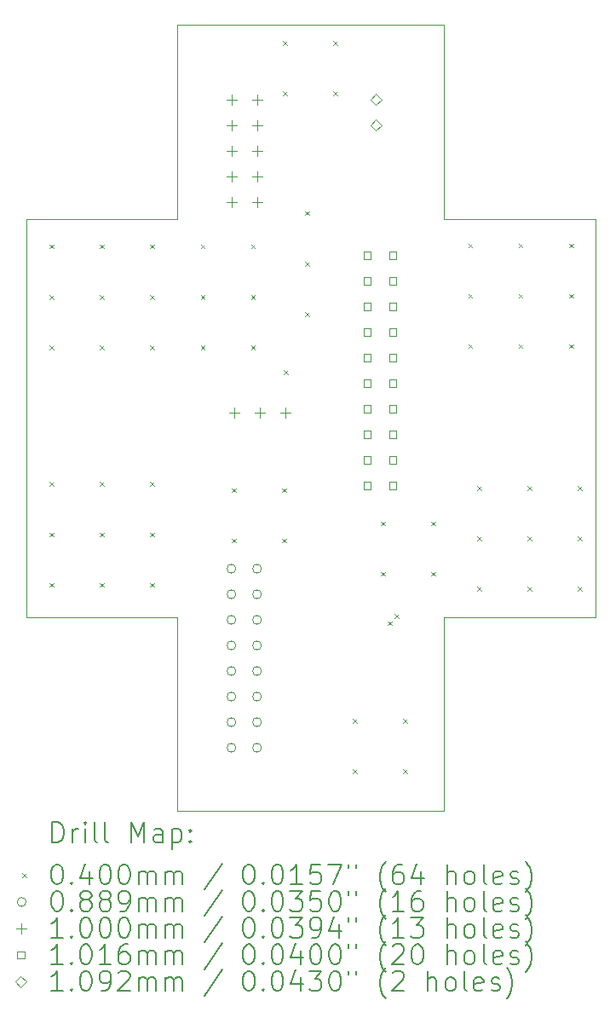
<source format=gbr>
%TF.GenerationSoftware,KiCad,Pcbnew,7.0.8-7.0.8~ubuntu22.04.1*%
%TF.CreationDate,2024-01-26T15:25:03+01:00*%
%TF.ProjectId,bogie,626f6769-652e-46b6-9963-61645f706362,rev?*%
%TF.SameCoordinates,Original*%
%TF.FileFunction,Drillmap*%
%TF.FilePolarity,Positive*%
%FSLAX45Y45*%
G04 Gerber Fmt 4.5, Leading zero omitted, Abs format (unit mm)*
G04 Created by KiCad (PCBNEW 7.0.8-7.0.8~ubuntu22.04.1) date 2024-01-26 15:25:03*
%MOMM*%
%LPD*%
G01*
G04 APERTURE LIST*
%ADD10C,0.100000*%
%ADD11C,0.200000*%
%ADD12C,0.040000*%
%ADD13C,0.088900*%
%ADD14C,0.101600*%
%ADD15C,0.109220*%
G04 APERTURE END LIST*
D10*
X11540000Y-2050000D02*
X8890000Y-2050000D01*
X11540000Y-9850000D02*
X11540000Y-7930000D01*
X8890000Y-2050000D02*
X8890000Y-3980000D01*
X7390000Y-7930000D02*
X8890000Y-7930000D01*
X8890000Y-3980000D02*
X7390000Y-3980000D01*
X11540000Y-3980000D02*
X11540000Y-2050000D01*
X7390000Y-3980000D02*
X7390000Y-7930000D01*
X13040000Y-3980000D02*
X11540000Y-3980000D01*
X8890000Y-9850000D02*
X11540000Y-9850000D01*
X8890000Y-7930000D02*
X8890000Y-9850000D01*
X13040000Y-7930000D02*
X13040000Y-3980000D01*
X11540000Y-7930000D02*
X13040000Y-7930000D01*
D11*
D12*
X7620000Y-4230000D02*
X7660000Y-4270000D01*
X7660000Y-4230000D02*
X7620000Y-4270000D01*
X7620000Y-4730000D02*
X7660000Y-4770000D01*
X7660000Y-4730000D02*
X7620000Y-4770000D01*
X7620000Y-5230000D02*
X7660000Y-5270000D01*
X7660000Y-5230000D02*
X7620000Y-5270000D01*
X7620000Y-6590000D02*
X7660000Y-6630000D01*
X7660000Y-6590000D02*
X7620000Y-6630000D01*
X7620000Y-7090000D02*
X7660000Y-7130000D01*
X7660000Y-7090000D02*
X7620000Y-7130000D01*
X7620000Y-7590000D02*
X7660000Y-7630000D01*
X7660000Y-7590000D02*
X7620000Y-7630000D01*
X8120000Y-4230000D02*
X8160000Y-4270000D01*
X8160000Y-4230000D02*
X8120000Y-4270000D01*
X8120000Y-4730000D02*
X8160000Y-4770000D01*
X8160000Y-4730000D02*
X8120000Y-4770000D01*
X8120000Y-5230000D02*
X8160000Y-5270000D01*
X8160000Y-5230000D02*
X8120000Y-5270000D01*
X8120000Y-6590000D02*
X8160000Y-6630000D01*
X8160000Y-6590000D02*
X8120000Y-6630000D01*
X8120000Y-7090000D02*
X8160000Y-7130000D01*
X8160000Y-7090000D02*
X8120000Y-7130000D01*
X8120000Y-7590000D02*
X8160000Y-7630000D01*
X8160000Y-7590000D02*
X8120000Y-7630000D01*
X8620000Y-4230000D02*
X8660000Y-4270000D01*
X8660000Y-4230000D02*
X8620000Y-4270000D01*
X8620000Y-4730000D02*
X8660000Y-4770000D01*
X8660000Y-4730000D02*
X8620000Y-4770000D01*
X8620000Y-5230000D02*
X8660000Y-5270000D01*
X8660000Y-5230000D02*
X8620000Y-5270000D01*
X8620000Y-6590000D02*
X8660000Y-6630000D01*
X8660000Y-6590000D02*
X8620000Y-6630000D01*
X8620000Y-7090000D02*
X8660000Y-7130000D01*
X8660000Y-7090000D02*
X8620000Y-7130000D01*
X8620000Y-7590000D02*
X8660000Y-7630000D01*
X8660000Y-7590000D02*
X8620000Y-7630000D01*
X9120000Y-4230000D02*
X9160000Y-4270000D01*
X9160000Y-4230000D02*
X9120000Y-4270000D01*
X9120000Y-4730000D02*
X9160000Y-4770000D01*
X9160000Y-4730000D02*
X9120000Y-4770000D01*
X9120000Y-5230000D02*
X9160000Y-5270000D01*
X9160000Y-5230000D02*
X9120000Y-5270000D01*
X9430000Y-6650000D02*
X9470000Y-6690000D01*
X9470000Y-6650000D02*
X9430000Y-6690000D01*
X9430000Y-7150000D02*
X9470000Y-7190000D01*
X9470000Y-7150000D02*
X9430000Y-7190000D01*
X9620000Y-4230000D02*
X9660000Y-4270000D01*
X9660000Y-4230000D02*
X9620000Y-4270000D01*
X9620000Y-4730000D02*
X9660000Y-4770000D01*
X9660000Y-4730000D02*
X9620000Y-4770000D01*
X9620000Y-5230000D02*
X9660000Y-5270000D01*
X9660000Y-5230000D02*
X9620000Y-5270000D01*
X9930000Y-6650000D02*
X9970000Y-6690000D01*
X9970000Y-6650000D02*
X9930000Y-6690000D01*
X9930000Y-7150000D02*
X9970000Y-7190000D01*
X9970000Y-7150000D02*
X9930000Y-7190000D01*
X9940000Y-2210000D02*
X9980000Y-2250000D01*
X9980000Y-2210000D02*
X9940000Y-2250000D01*
X9940000Y-2710000D02*
X9980000Y-2750000D01*
X9980000Y-2710000D02*
X9940000Y-2750000D01*
X9945500Y-5480000D02*
X9985500Y-5520000D01*
X9985500Y-5480000D02*
X9945500Y-5520000D01*
X10160000Y-3900000D02*
X10200000Y-3940000D01*
X10200000Y-3900000D02*
X10160000Y-3940000D01*
X10160000Y-4400000D02*
X10200000Y-4440000D01*
X10200000Y-4400000D02*
X10160000Y-4440000D01*
X10160000Y-4900000D02*
X10200000Y-4940000D01*
X10200000Y-4900000D02*
X10160000Y-4940000D01*
X10440000Y-2210000D02*
X10480000Y-2250000D01*
X10480000Y-2210000D02*
X10440000Y-2250000D01*
X10440000Y-2710000D02*
X10480000Y-2750000D01*
X10480000Y-2710000D02*
X10440000Y-2750000D01*
X10630000Y-8940000D02*
X10670000Y-8980000D01*
X10670000Y-8940000D02*
X10630000Y-8980000D01*
X10630000Y-9440000D02*
X10670000Y-9480000D01*
X10670000Y-9440000D02*
X10630000Y-9480000D01*
X10910000Y-6980000D02*
X10950000Y-7020000D01*
X10950000Y-6980000D02*
X10910000Y-7020000D01*
X10910000Y-7480000D02*
X10950000Y-7520000D01*
X10950000Y-7480000D02*
X10910000Y-7520000D01*
X10977550Y-7972500D02*
X11017550Y-8012500D01*
X11017550Y-7972500D02*
X10977550Y-8012500D01*
X11050000Y-7900000D02*
X11090000Y-7940000D01*
X11090000Y-7900000D02*
X11050000Y-7940000D01*
X11130000Y-8940000D02*
X11170000Y-8980000D01*
X11170000Y-8940000D02*
X11130000Y-8980000D01*
X11130000Y-9440000D02*
X11170000Y-9480000D01*
X11170000Y-9440000D02*
X11130000Y-9480000D01*
X11410000Y-6980000D02*
X11450000Y-7020000D01*
X11450000Y-6980000D02*
X11410000Y-7020000D01*
X11410000Y-7480000D02*
X11450000Y-7520000D01*
X11450000Y-7480000D02*
X11410000Y-7520000D01*
X11780000Y-4220000D02*
X11820000Y-4260000D01*
X11820000Y-4220000D02*
X11780000Y-4260000D01*
X11780000Y-4720000D02*
X11820000Y-4760000D01*
X11820000Y-4720000D02*
X11780000Y-4760000D01*
X11780000Y-5220000D02*
X11820000Y-5260000D01*
X11820000Y-5220000D02*
X11780000Y-5260000D01*
X11870000Y-6630000D02*
X11910000Y-6670000D01*
X11910000Y-6630000D02*
X11870000Y-6670000D01*
X11870000Y-7130000D02*
X11910000Y-7170000D01*
X11910000Y-7130000D02*
X11870000Y-7170000D01*
X11870000Y-7630000D02*
X11910000Y-7670000D01*
X11910000Y-7630000D02*
X11870000Y-7670000D01*
X12280000Y-4220000D02*
X12320000Y-4260000D01*
X12320000Y-4220000D02*
X12280000Y-4260000D01*
X12280000Y-4720000D02*
X12320000Y-4760000D01*
X12320000Y-4720000D02*
X12280000Y-4760000D01*
X12280000Y-5220000D02*
X12320000Y-5260000D01*
X12320000Y-5220000D02*
X12280000Y-5260000D01*
X12370000Y-6630000D02*
X12410000Y-6670000D01*
X12410000Y-6630000D02*
X12370000Y-6670000D01*
X12370000Y-7130000D02*
X12410000Y-7170000D01*
X12410000Y-7130000D02*
X12370000Y-7170000D01*
X12370000Y-7630000D02*
X12410000Y-7670000D01*
X12410000Y-7630000D02*
X12370000Y-7670000D01*
X12780000Y-4220000D02*
X12820000Y-4260000D01*
X12820000Y-4220000D02*
X12780000Y-4260000D01*
X12780000Y-4720000D02*
X12820000Y-4760000D01*
X12820000Y-4720000D02*
X12780000Y-4760000D01*
X12780000Y-5220000D02*
X12820000Y-5260000D01*
X12820000Y-5220000D02*
X12780000Y-5260000D01*
X12870000Y-6630000D02*
X12910000Y-6670000D01*
X12910000Y-6630000D02*
X12870000Y-6670000D01*
X12870000Y-7130000D02*
X12910000Y-7170000D01*
X12910000Y-7130000D02*
X12870000Y-7170000D01*
X12870000Y-7630000D02*
X12910000Y-7670000D01*
X12910000Y-7630000D02*
X12870000Y-7670000D01*
D13*
X9470450Y-7450000D02*
G75*
G03*
X9470450Y-7450000I-44450J0D01*
G01*
X9470450Y-7704000D02*
G75*
G03*
X9470450Y-7704000I-44450J0D01*
G01*
X9470450Y-7958000D02*
G75*
G03*
X9470450Y-7958000I-44450J0D01*
G01*
X9470450Y-8212000D02*
G75*
G03*
X9470450Y-8212000I-44450J0D01*
G01*
X9470450Y-8466000D02*
G75*
G03*
X9470450Y-8466000I-44450J0D01*
G01*
X9470450Y-8720000D02*
G75*
G03*
X9470450Y-8720000I-44450J0D01*
G01*
X9470450Y-8974000D02*
G75*
G03*
X9470450Y-8974000I-44450J0D01*
G01*
X9470450Y-9228000D02*
G75*
G03*
X9470450Y-9228000I-44450J0D01*
G01*
X9724450Y-7450000D02*
G75*
G03*
X9724450Y-7450000I-44450J0D01*
G01*
X9724450Y-7704000D02*
G75*
G03*
X9724450Y-7704000I-44450J0D01*
G01*
X9724450Y-7958000D02*
G75*
G03*
X9724450Y-7958000I-44450J0D01*
G01*
X9724450Y-8212000D02*
G75*
G03*
X9724450Y-8212000I-44450J0D01*
G01*
X9724450Y-8466000D02*
G75*
G03*
X9724450Y-8466000I-44450J0D01*
G01*
X9724450Y-8720000D02*
G75*
G03*
X9724450Y-8720000I-44450J0D01*
G01*
X9724450Y-8974000D02*
G75*
G03*
X9724450Y-8974000I-44450J0D01*
G01*
X9724450Y-9228000D02*
G75*
G03*
X9724450Y-9228000I-44450J0D01*
G01*
D10*
X9426000Y-2746000D02*
X9426000Y-2846000D01*
X9376000Y-2796000D02*
X9476000Y-2796000D01*
X9426000Y-3000000D02*
X9426000Y-3100000D01*
X9376000Y-3050000D02*
X9476000Y-3050000D01*
X9426000Y-3254000D02*
X9426000Y-3354000D01*
X9376000Y-3304000D02*
X9476000Y-3304000D01*
X9426000Y-3508000D02*
X9426000Y-3608000D01*
X9376000Y-3558000D02*
X9476000Y-3558000D01*
X9426000Y-3762000D02*
X9426000Y-3862000D01*
X9376000Y-3812000D02*
X9476000Y-3812000D01*
X9457500Y-5850000D02*
X9457500Y-5950000D01*
X9407500Y-5900000D02*
X9507500Y-5900000D01*
X9680000Y-2746000D02*
X9680000Y-2846000D01*
X9630000Y-2796000D02*
X9730000Y-2796000D01*
X9680000Y-3000000D02*
X9680000Y-3100000D01*
X9630000Y-3050000D02*
X9730000Y-3050000D01*
X9680000Y-3254000D02*
X9680000Y-3354000D01*
X9630000Y-3304000D02*
X9730000Y-3304000D01*
X9680000Y-3508000D02*
X9680000Y-3608000D01*
X9630000Y-3558000D02*
X9730000Y-3558000D01*
X9680000Y-3762000D02*
X9680000Y-3862000D01*
X9630000Y-3812000D02*
X9730000Y-3812000D01*
X9711500Y-5850000D02*
X9711500Y-5950000D01*
X9661500Y-5900000D02*
X9761500Y-5900000D01*
X9965500Y-5850000D02*
X9965500Y-5950000D01*
X9915500Y-5900000D02*
X10015500Y-5900000D01*
D14*
X10811921Y-4375921D02*
X10811921Y-4304079D01*
X10740079Y-4304079D01*
X10740079Y-4375921D01*
X10811921Y-4375921D01*
X10811921Y-4629921D02*
X10811921Y-4558079D01*
X10740079Y-4558079D01*
X10740079Y-4629921D01*
X10811921Y-4629921D01*
X10811921Y-4883921D02*
X10811921Y-4812079D01*
X10740079Y-4812079D01*
X10740079Y-4883921D01*
X10811921Y-4883921D01*
X10811921Y-5137921D02*
X10811921Y-5066079D01*
X10740079Y-5066079D01*
X10740079Y-5137921D01*
X10811921Y-5137921D01*
X10811921Y-5391921D02*
X10811921Y-5320079D01*
X10740079Y-5320079D01*
X10740079Y-5391921D01*
X10811921Y-5391921D01*
X10811921Y-5645921D02*
X10811921Y-5574079D01*
X10740079Y-5574079D01*
X10740079Y-5645921D01*
X10811921Y-5645921D01*
X10811921Y-5899921D02*
X10811921Y-5828079D01*
X10740079Y-5828079D01*
X10740079Y-5899921D01*
X10811921Y-5899921D01*
X10811921Y-6153921D02*
X10811921Y-6082079D01*
X10740079Y-6082079D01*
X10740079Y-6153921D01*
X10811921Y-6153921D01*
X10811921Y-6407921D02*
X10811921Y-6336079D01*
X10740079Y-6336079D01*
X10740079Y-6407921D01*
X10811921Y-6407921D01*
X10811921Y-6661921D02*
X10811921Y-6590079D01*
X10740079Y-6590079D01*
X10740079Y-6661921D01*
X10811921Y-6661921D01*
X11065921Y-4375921D02*
X11065921Y-4304079D01*
X10994079Y-4304079D01*
X10994079Y-4375921D01*
X11065921Y-4375921D01*
X11065921Y-4629921D02*
X11065921Y-4558079D01*
X10994079Y-4558079D01*
X10994079Y-4629921D01*
X11065921Y-4629921D01*
X11065921Y-4883921D02*
X11065921Y-4812079D01*
X10994079Y-4812079D01*
X10994079Y-4883921D01*
X11065921Y-4883921D01*
X11065921Y-5137921D02*
X11065921Y-5066079D01*
X10994079Y-5066079D01*
X10994079Y-5137921D01*
X11065921Y-5137921D01*
X11065921Y-5391921D02*
X11065921Y-5320079D01*
X10994079Y-5320079D01*
X10994079Y-5391921D01*
X11065921Y-5391921D01*
X11065921Y-5645921D02*
X11065921Y-5574079D01*
X10994079Y-5574079D01*
X10994079Y-5645921D01*
X11065921Y-5645921D01*
X11065921Y-5899921D02*
X11065921Y-5828079D01*
X10994079Y-5828079D01*
X10994079Y-5899921D01*
X11065921Y-5899921D01*
X11065921Y-6153921D02*
X11065921Y-6082079D01*
X10994079Y-6082079D01*
X10994079Y-6153921D01*
X11065921Y-6153921D01*
X11065921Y-6407921D02*
X11065921Y-6336079D01*
X10994079Y-6336079D01*
X10994079Y-6407921D01*
X11065921Y-6407921D01*
X11065921Y-6661921D02*
X11065921Y-6590079D01*
X10994079Y-6590079D01*
X10994079Y-6661921D01*
X11065921Y-6661921D01*
D15*
X10863500Y-2847120D02*
X10918110Y-2792510D01*
X10863500Y-2737900D01*
X10808890Y-2792510D01*
X10863500Y-2847120D01*
X10863500Y-3101120D02*
X10918110Y-3046510D01*
X10863500Y-2991900D01*
X10808890Y-3046510D01*
X10863500Y-3101120D01*
D11*
X7645777Y-10166484D02*
X7645777Y-9966484D01*
X7645777Y-9966484D02*
X7693396Y-9966484D01*
X7693396Y-9966484D02*
X7721967Y-9976008D01*
X7721967Y-9976008D02*
X7741015Y-9995055D01*
X7741015Y-9995055D02*
X7750539Y-10014103D01*
X7750539Y-10014103D02*
X7760062Y-10052198D01*
X7760062Y-10052198D02*
X7760062Y-10080770D01*
X7760062Y-10080770D02*
X7750539Y-10118865D01*
X7750539Y-10118865D02*
X7741015Y-10137912D01*
X7741015Y-10137912D02*
X7721967Y-10156960D01*
X7721967Y-10156960D02*
X7693396Y-10166484D01*
X7693396Y-10166484D02*
X7645777Y-10166484D01*
X7845777Y-10166484D02*
X7845777Y-10033150D01*
X7845777Y-10071246D02*
X7855301Y-10052198D01*
X7855301Y-10052198D02*
X7864824Y-10042674D01*
X7864824Y-10042674D02*
X7883872Y-10033150D01*
X7883872Y-10033150D02*
X7902920Y-10033150D01*
X7969586Y-10166484D02*
X7969586Y-10033150D01*
X7969586Y-9966484D02*
X7960062Y-9976008D01*
X7960062Y-9976008D02*
X7969586Y-9985531D01*
X7969586Y-9985531D02*
X7979110Y-9976008D01*
X7979110Y-9976008D02*
X7969586Y-9966484D01*
X7969586Y-9966484D02*
X7969586Y-9985531D01*
X8093396Y-10166484D02*
X8074348Y-10156960D01*
X8074348Y-10156960D02*
X8064824Y-10137912D01*
X8064824Y-10137912D02*
X8064824Y-9966484D01*
X8198158Y-10166484D02*
X8179110Y-10156960D01*
X8179110Y-10156960D02*
X8169586Y-10137912D01*
X8169586Y-10137912D02*
X8169586Y-9966484D01*
X8426729Y-10166484D02*
X8426729Y-9966484D01*
X8426729Y-9966484D02*
X8493396Y-10109341D01*
X8493396Y-10109341D02*
X8560063Y-9966484D01*
X8560063Y-9966484D02*
X8560063Y-10166484D01*
X8741015Y-10166484D02*
X8741015Y-10061722D01*
X8741015Y-10061722D02*
X8731491Y-10042674D01*
X8731491Y-10042674D02*
X8712444Y-10033150D01*
X8712444Y-10033150D02*
X8674348Y-10033150D01*
X8674348Y-10033150D02*
X8655301Y-10042674D01*
X8741015Y-10156960D02*
X8721967Y-10166484D01*
X8721967Y-10166484D02*
X8674348Y-10166484D01*
X8674348Y-10166484D02*
X8655301Y-10156960D01*
X8655301Y-10156960D02*
X8645777Y-10137912D01*
X8645777Y-10137912D02*
X8645777Y-10118865D01*
X8645777Y-10118865D02*
X8655301Y-10099817D01*
X8655301Y-10099817D02*
X8674348Y-10090293D01*
X8674348Y-10090293D02*
X8721967Y-10090293D01*
X8721967Y-10090293D02*
X8741015Y-10080770D01*
X8836253Y-10033150D02*
X8836253Y-10233150D01*
X8836253Y-10042674D02*
X8855301Y-10033150D01*
X8855301Y-10033150D02*
X8893396Y-10033150D01*
X8893396Y-10033150D02*
X8912444Y-10042674D01*
X8912444Y-10042674D02*
X8921967Y-10052198D01*
X8921967Y-10052198D02*
X8931491Y-10071246D01*
X8931491Y-10071246D02*
X8931491Y-10128389D01*
X8931491Y-10128389D02*
X8921967Y-10147436D01*
X8921967Y-10147436D02*
X8912444Y-10156960D01*
X8912444Y-10156960D02*
X8893396Y-10166484D01*
X8893396Y-10166484D02*
X8855301Y-10166484D01*
X8855301Y-10166484D02*
X8836253Y-10156960D01*
X9017205Y-10147436D02*
X9026729Y-10156960D01*
X9026729Y-10156960D02*
X9017205Y-10166484D01*
X9017205Y-10166484D02*
X9007682Y-10156960D01*
X9007682Y-10156960D02*
X9017205Y-10147436D01*
X9017205Y-10147436D02*
X9017205Y-10166484D01*
X9017205Y-10042674D02*
X9026729Y-10052198D01*
X9026729Y-10052198D02*
X9017205Y-10061722D01*
X9017205Y-10061722D02*
X9007682Y-10052198D01*
X9007682Y-10052198D02*
X9017205Y-10042674D01*
X9017205Y-10042674D02*
X9017205Y-10061722D01*
D12*
X7345000Y-10475000D02*
X7385000Y-10515000D01*
X7385000Y-10475000D02*
X7345000Y-10515000D01*
D11*
X7683872Y-10386484D02*
X7702920Y-10386484D01*
X7702920Y-10386484D02*
X7721967Y-10396008D01*
X7721967Y-10396008D02*
X7731491Y-10405531D01*
X7731491Y-10405531D02*
X7741015Y-10424579D01*
X7741015Y-10424579D02*
X7750539Y-10462674D01*
X7750539Y-10462674D02*
X7750539Y-10510293D01*
X7750539Y-10510293D02*
X7741015Y-10548389D01*
X7741015Y-10548389D02*
X7731491Y-10567436D01*
X7731491Y-10567436D02*
X7721967Y-10576960D01*
X7721967Y-10576960D02*
X7702920Y-10586484D01*
X7702920Y-10586484D02*
X7683872Y-10586484D01*
X7683872Y-10586484D02*
X7664824Y-10576960D01*
X7664824Y-10576960D02*
X7655301Y-10567436D01*
X7655301Y-10567436D02*
X7645777Y-10548389D01*
X7645777Y-10548389D02*
X7636253Y-10510293D01*
X7636253Y-10510293D02*
X7636253Y-10462674D01*
X7636253Y-10462674D02*
X7645777Y-10424579D01*
X7645777Y-10424579D02*
X7655301Y-10405531D01*
X7655301Y-10405531D02*
X7664824Y-10396008D01*
X7664824Y-10396008D02*
X7683872Y-10386484D01*
X7836253Y-10567436D02*
X7845777Y-10576960D01*
X7845777Y-10576960D02*
X7836253Y-10586484D01*
X7836253Y-10586484D02*
X7826729Y-10576960D01*
X7826729Y-10576960D02*
X7836253Y-10567436D01*
X7836253Y-10567436D02*
X7836253Y-10586484D01*
X8017205Y-10453150D02*
X8017205Y-10586484D01*
X7969586Y-10376960D02*
X7921967Y-10519817D01*
X7921967Y-10519817D02*
X8045777Y-10519817D01*
X8160062Y-10386484D02*
X8179110Y-10386484D01*
X8179110Y-10386484D02*
X8198158Y-10396008D01*
X8198158Y-10396008D02*
X8207682Y-10405531D01*
X8207682Y-10405531D02*
X8217205Y-10424579D01*
X8217205Y-10424579D02*
X8226729Y-10462674D01*
X8226729Y-10462674D02*
X8226729Y-10510293D01*
X8226729Y-10510293D02*
X8217205Y-10548389D01*
X8217205Y-10548389D02*
X8207682Y-10567436D01*
X8207682Y-10567436D02*
X8198158Y-10576960D01*
X8198158Y-10576960D02*
X8179110Y-10586484D01*
X8179110Y-10586484D02*
X8160062Y-10586484D01*
X8160062Y-10586484D02*
X8141015Y-10576960D01*
X8141015Y-10576960D02*
X8131491Y-10567436D01*
X8131491Y-10567436D02*
X8121967Y-10548389D01*
X8121967Y-10548389D02*
X8112443Y-10510293D01*
X8112443Y-10510293D02*
X8112443Y-10462674D01*
X8112443Y-10462674D02*
X8121967Y-10424579D01*
X8121967Y-10424579D02*
X8131491Y-10405531D01*
X8131491Y-10405531D02*
X8141015Y-10396008D01*
X8141015Y-10396008D02*
X8160062Y-10386484D01*
X8350539Y-10386484D02*
X8369586Y-10386484D01*
X8369586Y-10386484D02*
X8388634Y-10396008D01*
X8388634Y-10396008D02*
X8398158Y-10405531D01*
X8398158Y-10405531D02*
X8407682Y-10424579D01*
X8407682Y-10424579D02*
X8417205Y-10462674D01*
X8417205Y-10462674D02*
X8417205Y-10510293D01*
X8417205Y-10510293D02*
X8407682Y-10548389D01*
X8407682Y-10548389D02*
X8398158Y-10567436D01*
X8398158Y-10567436D02*
X8388634Y-10576960D01*
X8388634Y-10576960D02*
X8369586Y-10586484D01*
X8369586Y-10586484D02*
X8350539Y-10586484D01*
X8350539Y-10586484D02*
X8331491Y-10576960D01*
X8331491Y-10576960D02*
X8321967Y-10567436D01*
X8321967Y-10567436D02*
X8312443Y-10548389D01*
X8312443Y-10548389D02*
X8302920Y-10510293D01*
X8302920Y-10510293D02*
X8302920Y-10462674D01*
X8302920Y-10462674D02*
X8312443Y-10424579D01*
X8312443Y-10424579D02*
X8321967Y-10405531D01*
X8321967Y-10405531D02*
X8331491Y-10396008D01*
X8331491Y-10396008D02*
X8350539Y-10386484D01*
X8502920Y-10586484D02*
X8502920Y-10453150D01*
X8502920Y-10472198D02*
X8512444Y-10462674D01*
X8512444Y-10462674D02*
X8531491Y-10453150D01*
X8531491Y-10453150D02*
X8560063Y-10453150D01*
X8560063Y-10453150D02*
X8579110Y-10462674D01*
X8579110Y-10462674D02*
X8588634Y-10481722D01*
X8588634Y-10481722D02*
X8588634Y-10586484D01*
X8588634Y-10481722D02*
X8598158Y-10462674D01*
X8598158Y-10462674D02*
X8617205Y-10453150D01*
X8617205Y-10453150D02*
X8645777Y-10453150D01*
X8645777Y-10453150D02*
X8664825Y-10462674D01*
X8664825Y-10462674D02*
X8674348Y-10481722D01*
X8674348Y-10481722D02*
X8674348Y-10586484D01*
X8769586Y-10586484D02*
X8769586Y-10453150D01*
X8769586Y-10472198D02*
X8779110Y-10462674D01*
X8779110Y-10462674D02*
X8798158Y-10453150D01*
X8798158Y-10453150D02*
X8826729Y-10453150D01*
X8826729Y-10453150D02*
X8845777Y-10462674D01*
X8845777Y-10462674D02*
X8855301Y-10481722D01*
X8855301Y-10481722D02*
X8855301Y-10586484D01*
X8855301Y-10481722D02*
X8864825Y-10462674D01*
X8864825Y-10462674D02*
X8883872Y-10453150D01*
X8883872Y-10453150D02*
X8912444Y-10453150D01*
X8912444Y-10453150D02*
X8931491Y-10462674D01*
X8931491Y-10462674D02*
X8941015Y-10481722D01*
X8941015Y-10481722D02*
X8941015Y-10586484D01*
X9331491Y-10376960D02*
X9160063Y-10634103D01*
X9588634Y-10386484D02*
X9607682Y-10386484D01*
X9607682Y-10386484D02*
X9626729Y-10396008D01*
X9626729Y-10396008D02*
X9636253Y-10405531D01*
X9636253Y-10405531D02*
X9645777Y-10424579D01*
X9645777Y-10424579D02*
X9655301Y-10462674D01*
X9655301Y-10462674D02*
X9655301Y-10510293D01*
X9655301Y-10510293D02*
X9645777Y-10548389D01*
X9645777Y-10548389D02*
X9636253Y-10567436D01*
X9636253Y-10567436D02*
X9626729Y-10576960D01*
X9626729Y-10576960D02*
X9607682Y-10586484D01*
X9607682Y-10586484D02*
X9588634Y-10586484D01*
X9588634Y-10586484D02*
X9569587Y-10576960D01*
X9569587Y-10576960D02*
X9560063Y-10567436D01*
X9560063Y-10567436D02*
X9550539Y-10548389D01*
X9550539Y-10548389D02*
X9541015Y-10510293D01*
X9541015Y-10510293D02*
X9541015Y-10462674D01*
X9541015Y-10462674D02*
X9550539Y-10424579D01*
X9550539Y-10424579D02*
X9560063Y-10405531D01*
X9560063Y-10405531D02*
X9569587Y-10396008D01*
X9569587Y-10396008D02*
X9588634Y-10386484D01*
X9741015Y-10567436D02*
X9750539Y-10576960D01*
X9750539Y-10576960D02*
X9741015Y-10586484D01*
X9741015Y-10586484D02*
X9731491Y-10576960D01*
X9731491Y-10576960D02*
X9741015Y-10567436D01*
X9741015Y-10567436D02*
X9741015Y-10586484D01*
X9874348Y-10386484D02*
X9893396Y-10386484D01*
X9893396Y-10386484D02*
X9912444Y-10396008D01*
X9912444Y-10396008D02*
X9921968Y-10405531D01*
X9921968Y-10405531D02*
X9931491Y-10424579D01*
X9931491Y-10424579D02*
X9941015Y-10462674D01*
X9941015Y-10462674D02*
X9941015Y-10510293D01*
X9941015Y-10510293D02*
X9931491Y-10548389D01*
X9931491Y-10548389D02*
X9921968Y-10567436D01*
X9921968Y-10567436D02*
X9912444Y-10576960D01*
X9912444Y-10576960D02*
X9893396Y-10586484D01*
X9893396Y-10586484D02*
X9874348Y-10586484D01*
X9874348Y-10586484D02*
X9855301Y-10576960D01*
X9855301Y-10576960D02*
X9845777Y-10567436D01*
X9845777Y-10567436D02*
X9836253Y-10548389D01*
X9836253Y-10548389D02*
X9826729Y-10510293D01*
X9826729Y-10510293D02*
X9826729Y-10462674D01*
X9826729Y-10462674D02*
X9836253Y-10424579D01*
X9836253Y-10424579D02*
X9845777Y-10405531D01*
X9845777Y-10405531D02*
X9855301Y-10396008D01*
X9855301Y-10396008D02*
X9874348Y-10386484D01*
X10131491Y-10586484D02*
X10017206Y-10586484D01*
X10074348Y-10586484D02*
X10074348Y-10386484D01*
X10074348Y-10386484D02*
X10055301Y-10415055D01*
X10055301Y-10415055D02*
X10036253Y-10434103D01*
X10036253Y-10434103D02*
X10017206Y-10443627D01*
X10312444Y-10386484D02*
X10217206Y-10386484D01*
X10217206Y-10386484D02*
X10207682Y-10481722D01*
X10207682Y-10481722D02*
X10217206Y-10472198D01*
X10217206Y-10472198D02*
X10236253Y-10462674D01*
X10236253Y-10462674D02*
X10283872Y-10462674D01*
X10283872Y-10462674D02*
X10302920Y-10472198D01*
X10302920Y-10472198D02*
X10312444Y-10481722D01*
X10312444Y-10481722D02*
X10321968Y-10500770D01*
X10321968Y-10500770D02*
X10321968Y-10548389D01*
X10321968Y-10548389D02*
X10312444Y-10567436D01*
X10312444Y-10567436D02*
X10302920Y-10576960D01*
X10302920Y-10576960D02*
X10283872Y-10586484D01*
X10283872Y-10586484D02*
X10236253Y-10586484D01*
X10236253Y-10586484D02*
X10217206Y-10576960D01*
X10217206Y-10576960D02*
X10207682Y-10567436D01*
X10388634Y-10386484D02*
X10521968Y-10386484D01*
X10521968Y-10386484D02*
X10436253Y-10586484D01*
X10588634Y-10386484D02*
X10588634Y-10424579D01*
X10664825Y-10386484D02*
X10664825Y-10424579D01*
X10960063Y-10662674D02*
X10950539Y-10653150D01*
X10950539Y-10653150D02*
X10931491Y-10624579D01*
X10931491Y-10624579D02*
X10921968Y-10605531D01*
X10921968Y-10605531D02*
X10912444Y-10576960D01*
X10912444Y-10576960D02*
X10902920Y-10529341D01*
X10902920Y-10529341D02*
X10902920Y-10491246D01*
X10902920Y-10491246D02*
X10912444Y-10443627D01*
X10912444Y-10443627D02*
X10921968Y-10415055D01*
X10921968Y-10415055D02*
X10931491Y-10396008D01*
X10931491Y-10396008D02*
X10950539Y-10367436D01*
X10950539Y-10367436D02*
X10960063Y-10357912D01*
X11121968Y-10386484D02*
X11083872Y-10386484D01*
X11083872Y-10386484D02*
X11064825Y-10396008D01*
X11064825Y-10396008D02*
X11055301Y-10405531D01*
X11055301Y-10405531D02*
X11036253Y-10434103D01*
X11036253Y-10434103D02*
X11026730Y-10472198D01*
X11026730Y-10472198D02*
X11026730Y-10548389D01*
X11026730Y-10548389D02*
X11036253Y-10567436D01*
X11036253Y-10567436D02*
X11045777Y-10576960D01*
X11045777Y-10576960D02*
X11064825Y-10586484D01*
X11064825Y-10586484D02*
X11102920Y-10586484D01*
X11102920Y-10586484D02*
X11121968Y-10576960D01*
X11121968Y-10576960D02*
X11131491Y-10567436D01*
X11131491Y-10567436D02*
X11141015Y-10548389D01*
X11141015Y-10548389D02*
X11141015Y-10500770D01*
X11141015Y-10500770D02*
X11131491Y-10481722D01*
X11131491Y-10481722D02*
X11121968Y-10472198D01*
X11121968Y-10472198D02*
X11102920Y-10462674D01*
X11102920Y-10462674D02*
X11064825Y-10462674D01*
X11064825Y-10462674D02*
X11045777Y-10472198D01*
X11045777Y-10472198D02*
X11036253Y-10481722D01*
X11036253Y-10481722D02*
X11026730Y-10500770D01*
X11312444Y-10453150D02*
X11312444Y-10586484D01*
X11264825Y-10376960D02*
X11217206Y-10519817D01*
X11217206Y-10519817D02*
X11341015Y-10519817D01*
X11569587Y-10586484D02*
X11569587Y-10386484D01*
X11655301Y-10586484D02*
X11655301Y-10481722D01*
X11655301Y-10481722D02*
X11645777Y-10462674D01*
X11645777Y-10462674D02*
X11626730Y-10453150D01*
X11626730Y-10453150D02*
X11598158Y-10453150D01*
X11598158Y-10453150D02*
X11579110Y-10462674D01*
X11579110Y-10462674D02*
X11569587Y-10472198D01*
X11779110Y-10586484D02*
X11760063Y-10576960D01*
X11760063Y-10576960D02*
X11750539Y-10567436D01*
X11750539Y-10567436D02*
X11741015Y-10548389D01*
X11741015Y-10548389D02*
X11741015Y-10491246D01*
X11741015Y-10491246D02*
X11750539Y-10472198D01*
X11750539Y-10472198D02*
X11760063Y-10462674D01*
X11760063Y-10462674D02*
X11779110Y-10453150D01*
X11779110Y-10453150D02*
X11807682Y-10453150D01*
X11807682Y-10453150D02*
X11826730Y-10462674D01*
X11826730Y-10462674D02*
X11836253Y-10472198D01*
X11836253Y-10472198D02*
X11845777Y-10491246D01*
X11845777Y-10491246D02*
X11845777Y-10548389D01*
X11845777Y-10548389D02*
X11836253Y-10567436D01*
X11836253Y-10567436D02*
X11826730Y-10576960D01*
X11826730Y-10576960D02*
X11807682Y-10586484D01*
X11807682Y-10586484D02*
X11779110Y-10586484D01*
X11960063Y-10586484D02*
X11941015Y-10576960D01*
X11941015Y-10576960D02*
X11931491Y-10557912D01*
X11931491Y-10557912D02*
X11931491Y-10386484D01*
X12112444Y-10576960D02*
X12093396Y-10586484D01*
X12093396Y-10586484D02*
X12055301Y-10586484D01*
X12055301Y-10586484D02*
X12036253Y-10576960D01*
X12036253Y-10576960D02*
X12026730Y-10557912D01*
X12026730Y-10557912D02*
X12026730Y-10481722D01*
X12026730Y-10481722D02*
X12036253Y-10462674D01*
X12036253Y-10462674D02*
X12055301Y-10453150D01*
X12055301Y-10453150D02*
X12093396Y-10453150D01*
X12093396Y-10453150D02*
X12112444Y-10462674D01*
X12112444Y-10462674D02*
X12121968Y-10481722D01*
X12121968Y-10481722D02*
X12121968Y-10500770D01*
X12121968Y-10500770D02*
X12026730Y-10519817D01*
X12198158Y-10576960D02*
X12217206Y-10586484D01*
X12217206Y-10586484D02*
X12255301Y-10586484D01*
X12255301Y-10586484D02*
X12274349Y-10576960D01*
X12274349Y-10576960D02*
X12283872Y-10557912D01*
X12283872Y-10557912D02*
X12283872Y-10548389D01*
X12283872Y-10548389D02*
X12274349Y-10529341D01*
X12274349Y-10529341D02*
X12255301Y-10519817D01*
X12255301Y-10519817D02*
X12226730Y-10519817D01*
X12226730Y-10519817D02*
X12207682Y-10510293D01*
X12207682Y-10510293D02*
X12198158Y-10491246D01*
X12198158Y-10491246D02*
X12198158Y-10481722D01*
X12198158Y-10481722D02*
X12207682Y-10462674D01*
X12207682Y-10462674D02*
X12226730Y-10453150D01*
X12226730Y-10453150D02*
X12255301Y-10453150D01*
X12255301Y-10453150D02*
X12274349Y-10462674D01*
X12350539Y-10662674D02*
X12360063Y-10653150D01*
X12360063Y-10653150D02*
X12379111Y-10624579D01*
X12379111Y-10624579D02*
X12388634Y-10605531D01*
X12388634Y-10605531D02*
X12398158Y-10576960D01*
X12398158Y-10576960D02*
X12407682Y-10529341D01*
X12407682Y-10529341D02*
X12407682Y-10491246D01*
X12407682Y-10491246D02*
X12398158Y-10443627D01*
X12398158Y-10443627D02*
X12388634Y-10415055D01*
X12388634Y-10415055D02*
X12379111Y-10396008D01*
X12379111Y-10396008D02*
X12360063Y-10367436D01*
X12360063Y-10367436D02*
X12350539Y-10357912D01*
D13*
X7385000Y-10759000D02*
G75*
G03*
X7385000Y-10759000I-44450J0D01*
G01*
D11*
X7683872Y-10650484D02*
X7702920Y-10650484D01*
X7702920Y-10650484D02*
X7721967Y-10660008D01*
X7721967Y-10660008D02*
X7731491Y-10669531D01*
X7731491Y-10669531D02*
X7741015Y-10688579D01*
X7741015Y-10688579D02*
X7750539Y-10726674D01*
X7750539Y-10726674D02*
X7750539Y-10774293D01*
X7750539Y-10774293D02*
X7741015Y-10812389D01*
X7741015Y-10812389D02*
X7731491Y-10831436D01*
X7731491Y-10831436D02*
X7721967Y-10840960D01*
X7721967Y-10840960D02*
X7702920Y-10850484D01*
X7702920Y-10850484D02*
X7683872Y-10850484D01*
X7683872Y-10850484D02*
X7664824Y-10840960D01*
X7664824Y-10840960D02*
X7655301Y-10831436D01*
X7655301Y-10831436D02*
X7645777Y-10812389D01*
X7645777Y-10812389D02*
X7636253Y-10774293D01*
X7636253Y-10774293D02*
X7636253Y-10726674D01*
X7636253Y-10726674D02*
X7645777Y-10688579D01*
X7645777Y-10688579D02*
X7655301Y-10669531D01*
X7655301Y-10669531D02*
X7664824Y-10660008D01*
X7664824Y-10660008D02*
X7683872Y-10650484D01*
X7836253Y-10831436D02*
X7845777Y-10840960D01*
X7845777Y-10840960D02*
X7836253Y-10850484D01*
X7836253Y-10850484D02*
X7826729Y-10840960D01*
X7826729Y-10840960D02*
X7836253Y-10831436D01*
X7836253Y-10831436D02*
X7836253Y-10850484D01*
X7960062Y-10736198D02*
X7941015Y-10726674D01*
X7941015Y-10726674D02*
X7931491Y-10717150D01*
X7931491Y-10717150D02*
X7921967Y-10698103D01*
X7921967Y-10698103D02*
X7921967Y-10688579D01*
X7921967Y-10688579D02*
X7931491Y-10669531D01*
X7931491Y-10669531D02*
X7941015Y-10660008D01*
X7941015Y-10660008D02*
X7960062Y-10650484D01*
X7960062Y-10650484D02*
X7998158Y-10650484D01*
X7998158Y-10650484D02*
X8017205Y-10660008D01*
X8017205Y-10660008D02*
X8026729Y-10669531D01*
X8026729Y-10669531D02*
X8036253Y-10688579D01*
X8036253Y-10688579D02*
X8036253Y-10698103D01*
X8036253Y-10698103D02*
X8026729Y-10717150D01*
X8026729Y-10717150D02*
X8017205Y-10726674D01*
X8017205Y-10726674D02*
X7998158Y-10736198D01*
X7998158Y-10736198D02*
X7960062Y-10736198D01*
X7960062Y-10736198D02*
X7941015Y-10745722D01*
X7941015Y-10745722D02*
X7931491Y-10755246D01*
X7931491Y-10755246D02*
X7921967Y-10774293D01*
X7921967Y-10774293D02*
X7921967Y-10812389D01*
X7921967Y-10812389D02*
X7931491Y-10831436D01*
X7931491Y-10831436D02*
X7941015Y-10840960D01*
X7941015Y-10840960D02*
X7960062Y-10850484D01*
X7960062Y-10850484D02*
X7998158Y-10850484D01*
X7998158Y-10850484D02*
X8017205Y-10840960D01*
X8017205Y-10840960D02*
X8026729Y-10831436D01*
X8026729Y-10831436D02*
X8036253Y-10812389D01*
X8036253Y-10812389D02*
X8036253Y-10774293D01*
X8036253Y-10774293D02*
X8026729Y-10755246D01*
X8026729Y-10755246D02*
X8017205Y-10745722D01*
X8017205Y-10745722D02*
X7998158Y-10736198D01*
X8150539Y-10736198D02*
X8131491Y-10726674D01*
X8131491Y-10726674D02*
X8121967Y-10717150D01*
X8121967Y-10717150D02*
X8112443Y-10698103D01*
X8112443Y-10698103D02*
X8112443Y-10688579D01*
X8112443Y-10688579D02*
X8121967Y-10669531D01*
X8121967Y-10669531D02*
X8131491Y-10660008D01*
X8131491Y-10660008D02*
X8150539Y-10650484D01*
X8150539Y-10650484D02*
X8188634Y-10650484D01*
X8188634Y-10650484D02*
X8207682Y-10660008D01*
X8207682Y-10660008D02*
X8217205Y-10669531D01*
X8217205Y-10669531D02*
X8226729Y-10688579D01*
X8226729Y-10688579D02*
X8226729Y-10698103D01*
X8226729Y-10698103D02*
X8217205Y-10717150D01*
X8217205Y-10717150D02*
X8207682Y-10726674D01*
X8207682Y-10726674D02*
X8188634Y-10736198D01*
X8188634Y-10736198D02*
X8150539Y-10736198D01*
X8150539Y-10736198D02*
X8131491Y-10745722D01*
X8131491Y-10745722D02*
X8121967Y-10755246D01*
X8121967Y-10755246D02*
X8112443Y-10774293D01*
X8112443Y-10774293D02*
X8112443Y-10812389D01*
X8112443Y-10812389D02*
X8121967Y-10831436D01*
X8121967Y-10831436D02*
X8131491Y-10840960D01*
X8131491Y-10840960D02*
X8150539Y-10850484D01*
X8150539Y-10850484D02*
X8188634Y-10850484D01*
X8188634Y-10850484D02*
X8207682Y-10840960D01*
X8207682Y-10840960D02*
X8217205Y-10831436D01*
X8217205Y-10831436D02*
X8226729Y-10812389D01*
X8226729Y-10812389D02*
X8226729Y-10774293D01*
X8226729Y-10774293D02*
X8217205Y-10755246D01*
X8217205Y-10755246D02*
X8207682Y-10745722D01*
X8207682Y-10745722D02*
X8188634Y-10736198D01*
X8321967Y-10850484D02*
X8360062Y-10850484D01*
X8360062Y-10850484D02*
X8379110Y-10840960D01*
X8379110Y-10840960D02*
X8388634Y-10831436D01*
X8388634Y-10831436D02*
X8407682Y-10802865D01*
X8407682Y-10802865D02*
X8417205Y-10764770D01*
X8417205Y-10764770D02*
X8417205Y-10688579D01*
X8417205Y-10688579D02*
X8407682Y-10669531D01*
X8407682Y-10669531D02*
X8398158Y-10660008D01*
X8398158Y-10660008D02*
X8379110Y-10650484D01*
X8379110Y-10650484D02*
X8341015Y-10650484D01*
X8341015Y-10650484D02*
X8321967Y-10660008D01*
X8321967Y-10660008D02*
X8312443Y-10669531D01*
X8312443Y-10669531D02*
X8302920Y-10688579D01*
X8302920Y-10688579D02*
X8302920Y-10736198D01*
X8302920Y-10736198D02*
X8312443Y-10755246D01*
X8312443Y-10755246D02*
X8321967Y-10764770D01*
X8321967Y-10764770D02*
X8341015Y-10774293D01*
X8341015Y-10774293D02*
X8379110Y-10774293D01*
X8379110Y-10774293D02*
X8398158Y-10764770D01*
X8398158Y-10764770D02*
X8407682Y-10755246D01*
X8407682Y-10755246D02*
X8417205Y-10736198D01*
X8502920Y-10850484D02*
X8502920Y-10717150D01*
X8502920Y-10736198D02*
X8512444Y-10726674D01*
X8512444Y-10726674D02*
X8531491Y-10717150D01*
X8531491Y-10717150D02*
X8560063Y-10717150D01*
X8560063Y-10717150D02*
X8579110Y-10726674D01*
X8579110Y-10726674D02*
X8588634Y-10745722D01*
X8588634Y-10745722D02*
X8588634Y-10850484D01*
X8588634Y-10745722D02*
X8598158Y-10726674D01*
X8598158Y-10726674D02*
X8617205Y-10717150D01*
X8617205Y-10717150D02*
X8645777Y-10717150D01*
X8645777Y-10717150D02*
X8664825Y-10726674D01*
X8664825Y-10726674D02*
X8674348Y-10745722D01*
X8674348Y-10745722D02*
X8674348Y-10850484D01*
X8769586Y-10850484D02*
X8769586Y-10717150D01*
X8769586Y-10736198D02*
X8779110Y-10726674D01*
X8779110Y-10726674D02*
X8798158Y-10717150D01*
X8798158Y-10717150D02*
X8826729Y-10717150D01*
X8826729Y-10717150D02*
X8845777Y-10726674D01*
X8845777Y-10726674D02*
X8855301Y-10745722D01*
X8855301Y-10745722D02*
X8855301Y-10850484D01*
X8855301Y-10745722D02*
X8864825Y-10726674D01*
X8864825Y-10726674D02*
X8883872Y-10717150D01*
X8883872Y-10717150D02*
X8912444Y-10717150D01*
X8912444Y-10717150D02*
X8931491Y-10726674D01*
X8931491Y-10726674D02*
X8941015Y-10745722D01*
X8941015Y-10745722D02*
X8941015Y-10850484D01*
X9331491Y-10640960D02*
X9160063Y-10898103D01*
X9588634Y-10650484D02*
X9607682Y-10650484D01*
X9607682Y-10650484D02*
X9626729Y-10660008D01*
X9626729Y-10660008D02*
X9636253Y-10669531D01*
X9636253Y-10669531D02*
X9645777Y-10688579D01*
X9645777Y-10688579D02*
X9655301Y-10726674D01*
X9655301Y-10726674D02*
X9655301Y-10774293D01*
X9655301Y-10774293D02*
X9645777Y-10812389D01*
X9645777Y-10812389D02*
X9636253Y-10831436D01*
X9636253Y-10831436D02*
X9626729Y-10840960D01*
X9626729Y-10840960D02*
X9607682Y-10850484D01*
X9607682Y-10850484D02*
X9588634Y-10850484D01*
X9588634Y-10850484D02*
X9569587Y-10840960D01*
X9569587Y-10840960D02*
X9560063Y-10831436D01*
X9560063Y-10831436D02*
X9550539Y-10812389D01*
X9550539Y-10812389D02*
X9541015Y-10774293D01*
X9541015Y-10774293D02*
X9541015Y-10726674D01*
X9541015Y-10726674D02*
X9550539Y-10688579D01*
X9550539Y-10688579D02*
X9560063Y-10669531D01*
X9560063Y-10669531D02*
X9569587Y-10660008D01*
X9569587Y-10660008D02*
X9588634Y-10650484D01*
X9741015Y-10831436D02*
X9750539Y-10840960D01*
X9750539Y-10840960D02*
X9741015Y-10850484D01*
X9741015Y-10850484D02*
X9731491Y-10840960D01*
X9731491Y-10840960D02*
X9741015Y-10831436D01*
X9741015Y-10831436D02*
X9741015Y-10850484D01*
X9874348Y-10650484D02*
X9893396Y-10650484D01*
X9893396Y-10650484D02*
X9912444Y-10660008D01*
X9912444Y-10660008D02*
X9921968Y-10669531D01*
X9921968Y-10669531D02*
X9931491Y-10688579D01*
X9931491Y-10688579D02*
X9941015Y-10726674D01*
X9941015Y-10726674D02*
X9941015Y-10774293D01*
X9941015Y-10774293D02*
X9931491Y-10812389D01*
X9931491Y-10812389D02*
X9921968Y-10831436D01*
X9921968Y-10831436D02*
X9912444Y-10840960D01*
X9912444Y-10840960D02*
X9893396Y-10850484D01*
X9893396Y-10850484D02*
X9874348Y-10850484D01*
X9874348Y-10850484D02*
X9855301Y-10840960D01*
X9855301Y-10840960D02*
X9845777Y-10831436D01*
X9845777Y-10831436D02*
X9836253Y-10812389D01*
X9836253Y-10812389D02*
X9826729Y-10774293D01*
X9826729Y-10774293D02*
X9826729Y-10726674D01*
X9826729Y-10726674D02*
X9836253Y-10688579D01*
X9836253Y-10688579D02*
X9845777Y-10669531D01*
X9845777Y-10669531D02*
X9855301Y-10660008D01*
X9855301Y-10660008D02*
X9874348Y-10650484D01*
X10007682Y-10650484D02*
X10131491Y-10650484D01*
X10131491Y-10650484D02*
X10064825Y-10726674D01*
X10064825Y-10726674D02*
X10093396Y-10726674D01*
X10093396Y-10726674D02*
X10112444Y-10736198D01*
X10112444Y-10736198D02*
X10121968Y-10745722D01*
X10121968Y-10745722D02*
X10131491Y-10764770D01*
X10131491Y-10764770D02*
X10131491Y-10812389D01*
X10131491Y-10812389D02*
X10121968Y-10831436D01*
X10121968Y-10831436D02*
X10112444Y-10840960D01*
X10112444Y-10840960D02*
X10093396Y-10850484D01*
X10093396Y-10850484D02*
X10036253Y-10850484D01*
X10036253Y-10850484D02*
X10017206Y-10840960D01*
X10017206Y-10840960D02*
X10007682Y-10831436D01*
X10312444Y-10650484D02*
X10217206Y-10650484D01*
X10217206Y-10650484D02*
X10207682Y-10745722D01*
X10207682Y-10745722D02*
X10217206Y-10736198D01*
X10217206Y-10736198D02*
X10236253Y-10726674D01*
X10236253Y-10726674D02*
X10283872Y-10726674D01*
X10283872Y-10726674D02*
X10302920Y-10736198D01*
X10302920Y-10736198D02*
X10312444Y-10745722D01*
X10312444Y-10745722D02*
X10321968Y-10764770D01*
X10321968Y-10764770D02*
X10321968Y-10812389D01*
X10321968Y-10812389D02*
X10312444Y-10831436D01*
X10312444Y-10831436D02*
X10302920Y-10840960D01*
X10302920Y-10840960D02*
X10283872Y-10850484D01*
X10283872Y-10850484D02*
X10236253Y-10850484D01*
X10236253Y-10850484D02*
X10217206Y-10840960D01*
X10217206Y-10840960D02*
X10207682Y-10831436D01*
X10445777Y-10650484D02*
X10464825Y-10650484D01*
X10464825Y-10650484D02*
X10483872Y-10660008D01*
X10483872Y-10660008D02*
X10493396Y-10669531D01*
X10493396Y-10669531D02*
X10502920Y-10688579D01*
X10502920Y-10688579D02*
X10512444Y-10726674D01*
X10512444Y-10726674D02*
X10512444Y-10774293D01*
X10512444Y-10774293D02*
X10502920Y-10812389D01*
X10502920Y-10812389D02*
X10493396Y-10831436D01*
X10493396Y-10831436D02*
X10483872Y-10840960D01*
X10483872Y-10840960D02*
X10464825Y-10850484D01*
X10464825Y-10850484D02*
X10445777Y-10850484D01*
X10445777Y-10850484D02*
X10426729Y-10840960D01*
X10426729Y-10840960D02*
X10417206Y-10831436D01*
X10417206Y-10831436D02*
X10407682Y-10812389D01*
X10407682Y-10812389D02*
X10398158Y-10774293D01*
X10398158Y-10774293D02*
X10398158Y-10726674D01*
X10398158Y-10726674D02*
X10407682Y-10688579D01*
X10407682Y-10688579D02*
X10417206Y-10669531D01*
X10417206Y-10669531D02*
X10426729Y-10660008D01*
X10426729Y-10660008D02*
X10445777Y-10650484D01*
X10588634Y-10650484D02*
X10588634Y-10688579D01*
X10664825Y-10650484D02*
X10664825Y-10688579D01*
X10960063Y-10926674D02*
X10950539Y-10917150D01*
X10950539Y-10917150D02*
X10931491Y-10888579D01*
X10931491Y-10888579D02*
X10921968Y-10869531D01*
X10921968Y-10869531D02*
X10912444Y-10840960D01*
X10912444Y-10840960D02*
X10902920Y-10793341D01*
X10902920Y-10793341D02*
X10902920Y-10755246D01*
X10902920Y-10755246D02*
X10912444Y-10707627D01*
X10912444Y-10707627D02*
X10921968Y-10679055D01*
X10921968Y-10679055D02*
X10931491Y-10660008D01*
X10931491Y-10660008D02*
X10950539Y-10631436D01*
X10950539Y-10631436D02*
X10960063Y-10621912D01*
X11141015Y-10850484D02*
X11026730Y-10850484D01*
X11083872Y-10850484D02*
X11083872Y-10650484D01*
X11083872Y-10650484D02*
X11064825Y-10679055D01*
X11064825Y-10679055D02*
X11045777Y-10698103D01*
X11045777Y-10698103D02*
X11026730Y-10707627D01*
X11312444Y-10650484D02*
X11274348Y-10650484D01*
X11274348Y-10650484D02*
X11255301Y-10660008D01*
X11255301Y-10660008D02*
X11245777Y-10669531D01*
X11245777Y-10669531D02*
X11226729Y-10698103D01*
X11226729Y-10698103D02*
X11217206Y-10736198D01*
X11217206Y-10736198D02*
X11217206Y-10812389D01*
X11217206Y-10812389D02*
X11226729Y-10831436D01*
X11226729Y-10831436D02*
X11236253Y-10840960D01*
X11236253Y-10840960D02*
X11255301Y-10850484D01*
X11255301Y-10850484D02*
X11293396Y-10850484D01*
X11293396Y-10850484D02*
X11312444Y-10840960D01*
X11312444Y-10840960D02*
X11321968Y-10831436D01*
X11321968Y-10831436D02*
X11331491Y-10812389D01*
X11331491Y-10812389D02*
X11331491Y-10764770D01*
X11331491Y-10764770D02*
X11321968Y-10745722D01*
X11321968Y-10745722D02*
X11312444Y-10736198D01*
X11312444Y-10736198D02*
X11293396Y-10726674D01*
X11293396Y-10726674D02*
X11255301Y-10726674D01*
X11255301Y-10726674D02*
X11236253Y-10736198D01*
X11236253Y-10736198D02*
X11226729Y-10745722D01*
X11226729Y-10745722D02*
X11217206Y-10764770D01*
X11569587Y-10850484D02*
X11569587Y-10650484D01*
X11655301Y-10850484D02*
X11655301Y-10745722D01*
X11655301Y-10745722D02*
X11645777Y-10726674D01*
X11645777Y-10726674D02*
X11626730Y-10717150D01*
X11626730Y-10717150D02*
X11598158Y-10717150D01*
X11598158Y-10717150D02*
X11579110Y-10726674D01*
X11579110Y-10726674D02*
X11569587Y-10736198D01*
X11779110Y-10850484D02*
X11760063Y-10840960D01*
X11760063Y-10840960D02*
X11750539Y-10831436D01*
X11750539Y-10831436D02*
X11741015Y-10812389D01*
X11741015Y-10812389D02*
X11741015Y-10755246D01*
X11741015Y-10755246D02*
X11750539Y-10736198D01*
X11750539Y-10736198D02*
X11760063Y-10726674D01*
X11760063Y-10726674D02*
X11779110Y-10717150D01*
X11779110Y-10717150D02*
X11807682Y-10717150D01*
X11807682Y-10717150D02*
X11826730Y-10726674D01*
X11826730Y-10726674D02*
X11836253Y-10736198D01*
X11836253Y-10736198D02*
X11845777Y-10755246D01*
X11845777Y-10755246D02*
X11845777Y-10812389D01*
X11845777Y-10812389D02*
X11836253Y-10831436D01*
X11836253Y-10831436D02*
X11826730Y-10840960D01*
X11826730Y-10840960D02*
X11807682Y-10850484D01*
X11807682Y-10850484D02*
X11779110Y-10850484D01*
X11960063Y-10850484D02*
X11941015Y-10840960D01*
X11941015Y-10840960D02*
X11931491Y-10821912D01*
X11931491Y-10821912D02*
X11931491Y-10650484D01*
X12112444Y-10840960D02*
X12093396Y-10850484D01*
X12093396Y-10850484D02*
X12055301Y-10850484D01*
X12055301Y-10850484D02*
X12036253Y-10840960D01*
X12036253Y-10840960D02*
X12026730Y-10821912D01*
X12026730Y-10821912D02*
X12026730Y-10745722D01*
X12026730Y-10745722D02*
X12036253Y-10726674D01*
X12036253Y-10726674D02*
X12055301Y-10717150D01*
X12055301Y-10717150D02*
X12093396Y-10717150D01*
X12093396Y-10717150D02*
X12112444Y-10726674D01*
X12112444Y-10726674D02*
X12121968Y-10745722D01*
X12121968Y-10745722D02*
X12121968Y-10764770D01*
X12121968Y-10764770D02*
X12026730Y-10783817D01*
X12198158Y-10840960D02*
X12217206Y-10850484D01*
X12217206Y-10850484D02*
X12255301Y-10850484D01*
X12255301Y-10850484D02*
X12274349Y-10840960D01*
X12274349Y-10840960D02*
X12283872Y-10821912D01*
X12283872Y-10821912D02*
X12283872Y-10812389D01*
X12283872Y-10812389D02*
X12274349Y-10793341D01*
X12274349Y-10793341D02*
X12255301Y-10783817D01*
X12255301Y-10783817D02*
X12226730Y-10783817D01*
X12226730Y-10783817D02*
X12207682Y-10774293D01*
X12207682Y-10774293D02*
X12198158Y-10755246D01*
X12198158Y-10755246D02*
X12198158Y-10745722D01*
X12198158Y-10745722D02*
X12207682Y-10726674D01*
X12207682Y-10726674D02*
X12226730Y-10717150D01*
X12226730Y-10717150D02*
X12255301Y-10717150D01*
X12255301Y-10717150D02*
X12274349Y-10726674D01*
X12350539Y-10926674D02*
X12360063Y-10917150D01*
X12360063Y-10917150D02*
X12379111Y-10888579D01*
X12379111Y-10888579D02*
X12388634Y-10869531D01*
X12388634Y-10869531D02*
X12398158Y-10840960D01*
X12398158Y-10840960D02*
X12407682Y-10793341D01*
X12407682Y-10793341D02*
X12407682Y-10755246D01*
X12407682Y-10755246D02*
X12398158Y-10707627D01*
X12398158Y-10707627D02*
X12388634Y-10679055D01*
X12388634Y-10679055D02*
X12379111Y-10660008D01*
X12379111Y-10660008D02*
X12360063Y-10631436D01*
X12360063Y-10631436D02*
X12350539Y-10621912D01*
D10*
X7335000Y-10973000D02*
X7335000Y-11073000D01*
X7285000Y-11023000D02*
X7385000Y-11023000D01*
D11*
X7750539Y-11114484D02*
X7636253Y-11114484D01*
X7693396Y-11114484D02*
X7693396Y-10914484D01*
X7693396Y-10914484D02*
X7674348Y-10943055D01*
X7674348Y-10943055D02*
X7655301Y-10962103D01*
X7655301Y-10962103D02*
X7636253Y-10971627D01*
X7836253Y-11095436D02*
X7845777Y-11104960D01*
X7845777Y-11104960D02*
X7836253Y-11114484D01*
X7836253Y-11114484D02*
X7826729Y-11104960D01*
X7826729Y-11104960D02*
X7836253Y-11095436D01*
X7836253Y-11095436D02*
X7836253Y-11114484D01*
X7969586Y-10914484D02*
X7988634Y-10914484D01*
X7988634Y-10914484D02*
X8007682Y-10924008D01*
X8007682Y-10924008D02*
X8017205Y-10933531D01*
X8017205Y-10933531D02*
X8026729Y-10952579D01*
X8026729Y-10952579D02*
X8036253Y-10990674D01*
X8036253Y-10990674D02*
X8036253Y-11038293D01*
X8036253Y-11038293D02*
X8026729Y-11076389D01*
X8026729Y-11076389D02*
X8017205Y-11095436D01*
X8017205Y-11095436D02*
X8007682Y-11104960D01*
X8007682Y-11104960D02*
X7988634Y-11114484D01*
X7988634Y-11114484D02*
X7969586Y-11114484D01*
X7969586Y-11114484D02*
X7950539Y-11104960D01*
X7950539Y-11104960D02*
X7941015Y-11095436D01*
X7941015Y-11095436D02*
X7931491Y-11076389D01*
X7931491Y-11076389D02*
X7921967Y-11038293D01*
X7921967Y-11038293D02*
X7921967Y-10990674D01*
X7921967Y-10990674D02*
X7931491Y-10952579D01*
X7931491Y-10952579D02*
X7941015Y-10933531D01*
X7941015Y-10933531D02*
X7950539Y-10924008D01*
X7950539Y-10924008D02*
X7969586Y-10914484D01*
X8160062Y-10914484D02*
X8179110Y-10914484D01*
X8179110Y-10914484D02*
X8198158Y-10924008D01*
X8198158Y-10924008D02*
X8207682Y-10933531D01*
X8207682Y-10933531D02*
X8217205Y-10952579D01*
X8217205Y-10952579D02*
X8226729Y-10990674D01*
X8226729Y-10990674D02*
X8226729Y-11038293D01*
X8226729Y-11038293D02*
X8217205Y-11076389D01*
X8217205Y-11076389D02*
X8207682Y-11095436D01*
X8207682Y-11095436D02*
X8198158Y-11104960D01*
X8198158Y-11104960D02*
X8179110Y-11114484D01*
X8179110Y-11114484D02*
X8160062Y-11114484D01*
X8160062Y-11114484D02*
X8141015Y-11104960D01*
X8141015Y-11104960D02*
X8131491Y-11095436D01*
X8131491Y-11095436D02*
X8121967Y-11076389D01*
X8121967Y-11076389D02*
X8112443Y-11038293D01*
X8112443Y-11038293D02*
X8112443Y-10990674D01*
X8112443Y-10990674D02*
X8121967Y-10952579D01*
X8121967Y-10952579D02*
X8131491Y-10933531D01*
X8131491Y-10933531D02*
X8141015Y-10924008D01*
X8141015Y-10924008D02*
X8160062Y-10914484D01*
X8350539Y-10914484D02*
X8369586Y-10914484D01*
X8369586Y-10914484D02*
X8388634Y-10924008D01*
X8388634Y-10924008D02*
X8398158Y-10933531D01*
X8398158Y-10933531D02*
X8407682Y-10952579D01*
X8407682Y-10952579D02*
X8417205Y-10990674D01*
X8417205Y-10990674D02*
X8417205Y-11038293D01*
X8417205Y-11038293D02*
X8407682Y-11076389D01*
X8407682Y-11076389D02*
X8398158Y-11095436D01*
X8398158Y-11095436D02*
X8388634Y-11104960D01*
X8388634Y-11104960D02*
X8369586Y-11114484D01*
X8369586Y-11114484D02*
X8350539Y-11114484D01*
X8350539Y-11114484D02*
X8331491Y-11104960D01*
X8331491Y-11104960D02*
X8321967Y-11095436D01*
X8321967Y-11095436D02*
X8312443Y-11076389D01*
X8312443Y-11076389D02*
X8302920Y-11038293D01*
X8302920Y-11038293D02*
X8302920Y-10990674D01*
X8302920Y-10990674D02*
X8312443Y-10952579D01*
X8312443Y-10952579D02*
X8321967Y-10933531D01*
X8321967Y-10933531D02*
X8331491Y-10924008D01*
X8331491Y-10924008D02*
X8350539Y-10914484D01*
X8502920Y-11114484D02*
X8502920Y-10981150D01*
X8502920Y-11000198D02*
X8512444Y-10990674D01*
X8512444Y-10990674D02*
X8531491Y-10981150D01*
X8531491Y-10981150D02*
X8560063Y-10981150D01*
X8560063Y-10981150D02*
X8579110Y-10990674D01*
X8579110Y-10990674D02*
X8588634Y-11009722D01*
X8588634Y-11009722D02*
X8588634Y-11114484D01*
X8588634Y-11009722D02*
X8598158Y-10990674D01*
X8598158Y-10990674D02*
X8617205Y-10981150D01*
X8617205Y-10981150D02*
X8645777Y-10981150D01*
X8645777Y-10981150D02*
X8664825Y-10990674D01*
X8664825Y-10990674D02*
X8674348Y-11009722D01*
X8674348Y-11009722D02*
X8674348Y-11114484D01*
X8769586Y-11114484D02*
X8769586Y-10981150D01*
X8769586Y-11000198D02*
X8779110Y-10990674D01*
X8779110Y-10990674D02*
X8798158Y-10981150D01*
X8798158Y-10981150D02*
X8826729Y-10981150D01*
X8826729Y-10981150D02*
X8845777Y-10990674D01*
X8845777Y-10990674D02*
X8855301Y-11009722D01*
X8855301Y-11009722D02*
X8855301Y-11114484D01*
X8855301Y-11009722D02*
X8864825Y-10990674D01*
X8864825Y-10990674D02*
X8883872Y-10981150D01*
X8883872Y-10981150D02*
X8912444Y-10981150D01*
X8912444Y-10981150D02*
X8931491Y-10990674D01*
X8931491Y-10990674D02*
X8941015Y-11009722D01*
X8941015Y-11009722D02*
X8941015Y-11114484D01*
X9331491Y-10904960D02*
X9160063Y-11162103D01*
X9588634Y-10914484D02*
X9607682Y-10914484D01*
X9607682Y-10914484D02*
X9626729Y-10924008D01*
X9626729Y-10924008D02*
X9636253Y-10933531D01*
X9636253Y-10933531D02*
X9645777Y-10952579D01*
X9645777Y-10952579D02*
X9655301Y-10990674D01*
X9655301Y-10990674D02*
X9655301Y-11038293D01*
X9655301Y-11038293D02*
X9645777Y-11076389D01*
X9645777Y-11076389D02*
X9636253Y-11095436D01*
X9636253Y-11095436D02*
X9626729Y-11104960D01*
X9626729Y-11104960D02*
X9607682Y-11114484D01*
X9607682Y-11114484D02*
X9588634Y-11114484D01*
X9588634Y-11114484D02*
X9569587Y-11104960D01*
X9569587Y-11104960D02*
X9560063Y-11095436D01*
X9560063Y-11095436D02*
X9550539Y-11076389D01*
X9550539Y-11076389D02*
X9541015Y-11038293D01*
X9541015Y-11038293D02*
X9541015Y-10990674D01*
X9541015Y-10990674D02*
X9550539Y-10952579D01*
X9550539Y-10952579D02*
X9560063Y-10933531D01*
X9560063Y-10933531D02*
X9569587Y-10924008D01*
X9569587Y-10924008D02*
X9588634Y-10914484D01*
X9741015Y-11095436D02*
X9750539Y-11104960D01*
X9750539Y-11104960D02*
X9741015Y-11114484D01*
X9741015Y-11114484D02*
X9731491Y-11104960D01*
X9731491Y-11104960D02*
X9741015Y-11095436D01*
X9741015Y-11095436D02*
X9741015Y-11114484D01*
X9874348Y-10914484D02*
X9893396Y-10914484D01*
X9893396Y-10914484D02*
X9912444Y-10924008D01*
X9912444Y-10924008D02*
X9921968Y-10933531D01*
X9921968Y-10933531D02*
X9931491Y-10952579D01*
X9931491Y-10952579D02*
X9941015Y-10990674D01*
X9941015Y-10990674D02*
X9941015Y-11038293D01*
X9941015Y-11038293D02*
X9931491Y-11076389D01*
X9931491Y-11076389D02*
X9921968Y-11095436D01*
X9921968Y-11095436D02*
X9912444Y-11104960D01*
X9912444Y-11104960D02*
X9893396Y-11114484D01*
X9893396Y-11114484D02*
X9874348Y-11114484D01*
X9874348Y-11114484D02*
X9855301Y-11104960D01*
X9855301Y-11104960D02*
X9845777Y-11095436D01*
X9845777Y-11095436D02*
X9836253Y-11076389D01*
X9836253Y-11076389D02*
X9826729Y-11038293D01*
X9826729Y-11038293D02*
X9826729Y-10990674D01*
X9826729Y-10990674D02*
X9836253Y-10952579D01*
X9836253Y-10952579D02*
X9845777Y-10933531D01*
X9845777Y-10933531D02*
X9855301Y-10924008D01*
X9855301Y-10924008D02*
X9874348Y-10914484D01*
X10007682Y-10914484D02*
X10131491Y-10914484D01*
X10131491Y-10914484D02*
X10064825Y-10990674D01*
X10064825Y-10990674D02*
X10093396Y-10990674D01*
X10093396Y-10990674D02*
X10112444Y-11000198D01*
X10112444Y-11000198D02*
X10121968Y-11009722D01*
X10121968Y-11009722D02*
X10131491Y-11028770D01*
X10131491Y-11028770D02*
X10131491Y-11076389D01*
X10131491Y-11076389D02*
X10121968Y-11095436D01*
X10121968Y-11095436D02*
X10112444Y-11104960D01*
X10112444Y-11104960D02*
X10093396Y-11114484D01*
X10093396Y-11114484D02*
X10036253Y-11114484D01*
X10036253Y-11114484D02*
X10017206Y-11104960D01*
X10017206Y-11104960D02*
X10007682Y-11095436D01*
X10226729Y-11114484D02*
X10264825Y-11114484D01*
X10264825Y-11114484D02*
X10283872Y-11104960D01*
X10283872Y-11104960D02*
X10293396Y-11095436D01*
X10293396Y-11095436D02*
X10312444Y-11066865D01*
X10312444Y-11066865D02*
X10321968Y-11028770D01*
X10321968Y-11028770D02*
X10321968Y-10952579D01*
X10321968Y-10952579D02*
X10312444Y-10933531D01*
X10312444Y-10933531D02*
X10302920Y-10924008D01*
X10302920Y-10924008D02*
X10283872Y-10914484D01*
X10283872Y-10914484D02*
X10245777Y-10914484D01*
X10245777Y-10914484D02*
X10226729Y-10924008D01*
X10226729Y-10924008D02*
X10217206Y-10933531D01*
X10217206Y-10933531D02*
X10207682Y-10952579D01*
X10207682Y-10952579D02*
X10207682Y-11000198D01*
X10207682Y-11000198D02*
X10217206Y-11019246D01*
X10217206Y-11019246D02*
X10226729Y-11028770D01*
X10226729Y-11028770D02*
X10245777Y-11038293D01*
X10245777Y-11038293D02*
X10283872Y-11038293D01*
X10283872Y-11038293D02*
X10302920Y-11028770D01*
X10302920Y-11028770D02*
X10312444Y-11019246D01*
X10312444Y-11019246D02*
X10321968Y-11000198D01*
X10493396Y-10981150D02*
X10493396Y-11114484D01*
X10445777Y-10904960D02*
X10398158Y-11047817D01*
X10398158Y-11047817D02*
X10521968Y-11047817D01*
X10588634Y-10914484D02*
X10588634Y-10952579D01*
X10664825Y-10914484D02*
X10664825Y-10952579D01*
X10960063Y-11190674D02*
X10950539Y-11181150D01*
X10950539Y-11181150D02*
X10931491Y-11152579D01*
X10931491Y-11152579D02*
X10921968Y-11133531D01*
X10921968Y-11133531D02*
X10912444Y-11104960D01*
X10912444Y-11104960D02*
X10902920Y-11057341D01*
X10902920Y-11057341D02*
X10902920Y-11019246D01*
X10902920Y-11019246D02*
X10912444Y-10971627D01*
X10912444Y-10971627D02*
X10921968Y-10943055D01*
X10921968Y-10943055D02*
X10931491Y-10924008D01*
X10931491Y-10924008D02*
X10950539Y-10895436D01*
X10950539Y-10895436D02*
X10960063Y-10885912D01*
X11141015Y-11114484D02*
X11026730Y-11114484D01*
X11083872Y-11114484D02*
X11083872Y-10914484D01*
X11083872Y-10914484D02*
X11064825Y-10943055D01*
X11064825Y-10943055D02*
X11045777Y-10962103D01*
X11045777Y-10962103D02*
X11026730Y-10971627D01*
X11207682Y-10914484D02*
X11331491Y-10914484D01*
X11331491Y-10914484D02*
X11264825Y-10990674D01*
X11264825Y-10990674D02*
X11293396Y-10990674D01*
X11293396Y-10990674D02*
X11312444Y-11000198D01*
X11312444Y-11000198D02*
X11321968Y-11009722D01*
X11321968Y-11009722D02*
X11331491Y-11028770D01*
X11331491Y-11028770D02*
X11331491Y-11076389D01*
X11331491Y-11076389D02*
X11321968Y-11095436D01*
X11321968Y-11095436D02*
X11312444Y-11104960D01*
X11312444Y-11104960D02*
X11293396Y-11114484D01*
X11293396Y-11114484D02*
X11236253Y-11114484D01*
X11236253Y-11114484D02*
X11217206Y-11104960D01*
X11217206Y-11104960D02*
X11207682Y-11095436D01*
X11569587Y-11114484D02*
X11569587Y-10914484D01*
X11655301Y-11114484D02*
X11655301Y-11009722D01*
X11655301Y-11009722D02*
X11645777Y-10990674D01*
X11645777Y-10990674D02*
X11626730Y-10981150D01*
X11626730Y-10981150D02*
X11598158Y-10981150D01*
X11598158Y-10981150D02*
X11579110Y-10990674D01*
X11579110Y-10990674D02*
X11569587Y-11000198D01*
X11779110Y-11114484D02*
X11760063Y-11104960D01*
X11760063Y-11104960D02*
X11750539Y-11095436D01*
X11750539Y-11095436D02*
X11741015Y-11076389D01*
X11741015Y-11076389D02*
X11741015Y-11019246D01*
X11741015Y-11019246D02*
X11750539Y-11000198D01*
X11750539Y-11000198D02*
X11760063Y-10990674D01*
X11760063Y-10990674D02*
X11779110Y-10981150D01*
X11779110Y-10981150D02*
X11807682Y-10981150D01*
X11807682Y-10981150D02*
X11826730Y-10990674D01*
X11826730Y-10990674D02*
X11836253Y-11000198D01*
X11836253Y-11000198D02*
X11845777Y-11019246D01*
X11845777Y-11019246D02*
X11845777Y-11076389D01*
X11845777Y-11076389D02*
X11836253Y-11095436D01*
X11836253Y-11095436D02*
X11826730Y-11104960D01*
X11826730Y-11104960D02*
X11807682Y-11114484D01*
X11807682Y-11114484D02*
X11779110Y-11114484D01*
X11960063Y-11114484D02*
X11941015Y-11104960D01*
X11941015Y-11104960D02*
X11931491Y-11085912D01*
X11931491Y-11085912D02*
X11931491Y-10914484D01*
X12112444Y-11104960D02*
X12093396Y-11114484D01*
X12093396Y-11114484D02*
X12055301Y-11114484D01*
X12055301Y-11114484D02*
X12036253Y-11104960D01*
X12036253Y-11104960D02*
X12026730Y-11085912D01*
X12026730Y-11085912D02*
X12026730Y-11009722D01*
X12026730Y-11009722D02*
X12036253Y-10990674D01*
X12036253Y-10990674D02*
X12055301Y-10981150D01*
X12055301Y-10981150D02*
X12093396Y-10981150D01*
X12093396Y-10981150D02*
X12112444Y-10990674D01*
X12112444Y-10990674D02*
X12121968Y-11009722D01*
X12121968Y-11009722D02*
X12121968Y-11028770D01*
X12121968Y-11028770D02*
X12026730Y-11047817D01*
X12198158Y-11104960D02*
X12217206Y-11114484D01*
X12217206Y-11114484D02*
X12255301Y-11114484D01*
X12255301Y-11114484D02*
X12274349Y-11104960D01*
X12274349Y-11104960D02*
X12283872Y-11085912D01*
X12283872Y-11085912D02*
X12283872Y-11076389D01*
X12283872Y-11076389D02*
X12274349Y-11057341D01*
X12274349Y-11057341D02*
X12255301Y-11047817D01*
X12255301Y-11047817D02*
X12226730Y-11047817D01*
X12226730Y-11047817D02*
X12207682Y-11038293D01*
X12207682Y-11038293D02*
X12198158Y-11019246D01*
X12198158Y-11019246D02*
X12198158Y-11009722D01*
X12198158Y-11009722D02*
X12207682Y-10990674D01*
X12207682Y-10990674D02*
X12226730Y-10981150D01*
X12226730Y-10981150D02*
X12255301Y-10981150D01*
X12255301Y-10981150D02*
X12274349Y-10990674D01*
X12350539Y-11190674D02*
X12360063Y-11181150D01*
X12360063Y-11181150D02*
X12379111Y-11152579D01*
X12379111Y-11152579D02*
X12388634Y-11133531D01*
X12388634Y-11133531D02*
X12398158Y-11104960D01*
X12398158Y-11104960D02*
X12407682Y-11057341D01*
X12407682Y-11057341D02*
X12407682Y-11019246D01*
X12407682Y-11019246D02*
X12398158Y-10971627D01*
X12398158Y-10971627D02*
X12388634Y-10943055D01*
X12388634Y-10943055D02*
X12379111Y-10924008D01*
X12379111Y-10924008D02*
X12360063Y-10895436D01*
X12360063Y-10895436D02*
X12350539Y-10885912D01*
D14*
X7370121Y-11322921D02*
X7370121Y-11251079D01*
X7298279Y-11251079D01*
X7298279Y-11322921D01*
X7370121Y-11322921D01*
D11*
X7750539Y-11378484D02*
X7636253Y-11378484D01*
X7693396Y-11378484D02*
X7693396Y-11178484D01*
X7693396Y-11178484D02*
X7674348Y-11207055D01*
X7674348Y-11207055D02*
X7655301Y-11226103D01*
X7655301Y-11226103D02*
X7636253Y-11235627D01*
X7836253Y-11359436D02*
X7845777Y-11368960D01*
X7845777Y-11368960D02*
X7836253Y-11378484D01*
X7836253Y-11378484D02*
X7826729Y-11368960D01*
X7826729Y-11368960D02*
X7836253Y-11359436D01*
X7836253Y-11359436D02*
X7836253Y-11378484D01*
X7969586Y-11178484D02*
X7988634Y-11178484D01*
X7988634Y-11178484D02*
X8007682Y-11188008D01*
X8007682Y-11188008D02*
X8017205Y-11197531D01*
X8017205Y-11197531D02*
X8026729Y-11216579D01*
X8026729Y-11216579D02*
X8036253Y-11254674D01*
X8036253Y-11254674D02*
X8036253Y-11302293D01*
X8036253Y-11302293D02*
X8026729Y-11340388D01*
X8026729Y-11340388D02*
X8017205Y-11359436D01*
X8017205Y-11359436D02*
X8007682Y-11368960D01*
X8007682Y-11368960D02*
X7988634Y-11378484D01*
X7988634Y-11378484D02*
X7969586Y-11378484D01*
X7969586Y-11378484D02*
X7950539Y-11368960D01*
X7950539Y-11368960D02*
X7941015Y-11359436D01*
X7941015Y-11359436D02*
X7931491Y-11340388D01*
X7931491Y-11340388D02*
X7921967Y-11302293D01*
X7921967Y-11302293D02*
X7921967Y-11254674D01*
X7921967Y-11254674D02*
X7931491Y-11216579D01*
X7931491Y-11216579D02*
X7941015Y-11197531D01*
X7941015Y-11197531D02*
X7950539Y-11188008D01*
X7950539Y-11188008D02*
X7969586Y-11178484D01*
X8226729Y-11378484D02*
X8112443Y-11378484D01*
X8169586Y-11378484D02*
X8169586Y-11178484D01*
X8169586Y-11178484D02*
X8150539Y-11207055D01*
X8150539Y-11207055D02*
X8131491Y-11226103D01*
X8131491Y-11226103D02*
X8112443Y-11235627D01*
X8398158Y-11178484D02*
X8360062Y-11178484D01*
X8360062Y-11178484D02*
X8341015Y-11188008D01*
X8341015Y-11188008D02*
X8331491Y-11197531D01*
X8331491Y-11197531D02*
X8312443Y-11226103D01*
X8312443Y-11226103D02*
X8302920Y-11264198D01*
X8302920Y-11264198D02*
X8302920Y-11340388D01*
X8302920Y-11340388D02*
X8312443Y-11359436D01*
X8312443Y-11359436D02*
X8321967Y-11368960D01*
X8321967Y-11368960D02*
X8341015Y-11378484D01*
X8341015Y-11378484D02*
X8379110Y-11378484D01*
X8379110Y-11378484D02*
X8398158Y-11368960D01*
X8398158Y-11368960D02*
X8407682Y-11359436D01*
X8407682Y-11359436D02*
X8417205Y-11340388D01*
X8417205Y-11340388D02*
X8417205Y-11292769D01*
X8417205Y-11292769D02*
X8407682Y-11273722D01*
X8407682Y-11273722D02*
X8398158Y-11264198D01*
X8398158Y-11264198D02*
X8379110Y-11254674D01*
X8379110Y-11254674D02*
X8341015Y-11254674D01*
X8341015Y-11254674D02*
X8321967Y-11264198D01*
X8321967Y-11264198D02*
X8312443Y-11273722D01*
X8312443Y-11273722D02*
X8302920Y-11292769D01*
X8502920Y-11378484D02*
X8502920Y-11245150D01*
X8502920Y-11264198D02*
X8512444Y-11254674D01*
X8512444Y-11254674D02*
X8531491Y-11245150D01*
X8531491Y-11245150D02*
X8560063Y-11245150D01*
X8560063Y-11245150D02*
X8579110Y-11254674D01*
X8579110Y-11254674D02*
X8588634Y-11273722D01*
X8588634Y-11273722D02*
X8588634Y-11378484D01*
X8588634Y-11273722D02*
X8598158Y-11254674D01*
X8598158Y-11254674D02*
X8617205Y-11245150D01*
X8617205Y-11245150D02*
X8645777Y-11245150D01*
X8645777Y-11245150D02*
X8664825Y-11254674D01*
X8664825Y-11254674D02*
X8674348Y-11273722D01*
X8674348Y-11273722D02*
X8674348Y-11378484D01*
X8769586Y-11378484D02*
X8769586Y-11245150D01*
X8769586Y-11264198D02*
X8779110Y-11254674D01*
X8779110Y-11254674D02*
X8798158Y-11245150D01*
X8798158Y-11245150D02*
X8826729Y-11245150D01*
X8826729Y-11245150D02*
X8845777Y-11254674D01*
X8845777Y-11254674D02*
X8855301Y-11273722D01*
X8855301Y-11273722D02*
X8855301Y-11378484D01*
X8855301Y-11273722D02*
X8864825Y-11254674D01*
X8864825Y-11254674D02*
X8883872Y-11245150D01*
X8883872Y-11245150D02*
X8912444Y-11245150D01*
X8912444Y-11245150D02*
X8931491Y-11254674D01*
X8931491Y-11254674D02*
X8941015Y-11273722D01*
X8941015Y-11273722D02*
X8941015Y-11378484D01*
X9331491Y-11168960D02*
X9160063Y-11426103D01*
X9588634Y-11178484D02*
X9607682Y-11178484D01*
X9607682Y-11178484D02*
X9626729Y-11188008D01*
X9626729Y-11188008D02*
X9636253Y-11197531D01*
X9636253Y-11197531D02*
X9645777Y-11216579D01*
X9645777Y-11216579D02*
X9655301Y-11254674D01*
X9655301Y-11254674D02*
X9655301Y-11302293D01*
X9655301Y-11302293D02*
X9645777Y-11340388D01*
X9645777Y-11340388D02*
X9636253Y-11359436D01*
X9636253Y-11359436D02*
X9626729Y-11368960D01*
X9626729Y-11368960D02*
X9607682Y-11378484D01*
X9607682Y-11378484D02*
X9588634Y-11378484D01*
X9588634Y-11378484D02*
X9569587Y-11368960D01*
X9569587Y-11368960D02*
X9560063Y-11359436D01*
X9560063Y-11359436D02*
X9550539Y-11340388D01*
X9550539Y-11340388D02*
X9541015Y-11302293D01*
X9541015Y-11302293D02*
X9541015Y-11254674D01*
X9541015Y-11254674D02*
X9550539Y-11216579D01*
X9550539Y-11216579D02*
X9560063Y-11197531D01*
X9560063Y-11197531D02*
X9569587Y-11188008D01*
X9569587Y-11188008D02*
X9588634Y-11178484D01*
X9741015Y-11359436D02*
X9750539Y-11368960D01*
X9750539Y-11368960D02*
X9741015Y-11378484D01*
X9741015Y-11378484D02*
X9731491Y-11368960D01*
X9731491Y-11368960D02*
X9741015Y-11359436D01*
X9741015Y-11359436D02*
X9741015Y-11378484D01*
X9874348Y-11178484D02*
X9893396Y-11178484D01*
X9893396Y-11178484D02*
X9912444Y-11188008D01*
X9912444Y-11188008D02*
X9921968Y-11197531D01*
X9921968Y-11197531D02*
X9931491Y-11216579D01*
X9931491Y-11216579D02*
X9941015Y-11254674D01*
X9941015Y-11254674D02*
X9941015Y-11302293D01*
X9941015Y-11302293D02*
X9931491Y-11340388D01*
X9931491Y-11340388D02*
X9921968Y-11359436D01*
X9921968Y-11359436D02*
X9912444Y-11368960D01*
X9912444Y-11368960D02*
X9893396Y-11378484D01*
X9893396Y-11378484D02*
X9874348Y-11378484D01*
X9874348Y-11378484D02*
X9855301Y-11368960D01*
X9855301Y-11368960D02*
X9845777Y-11359436D01*
X9845777Y-11359436D02*
X9836253Y-11340388D01*
X9836253Y-11340388D02*
X9826729Y-11302293D01*
X9826729Y-11302293D02*
X9826729Y-11254674D01*
X9826729Y-11254674D02*
X9836253Y-11216579D01*
X9836253Y-11216579D02*
X9845777Y-11197531D01*
X9845777Y-11197531D02*
X9855301Y-11188008D01*
X9855301Y-11188008D02*
X9874348Y-11178484D01*
X10112444Y-11245150D02*
X10112444Y-11378484D01*
X10064825Y-11168960D02*
X10017206Y-11311817D01*
X10017206Y-11311817D02*
X10141015Y-11311817D01*
X10255301Y-11178484D02*
X10274349Y-11178484D01*
X10274349Y-11178484D02*
X10293396Y-11188008D01*
X10293396Y-11188008D02*
X10302920Y-11197531D01*
X10302920Y-11197531D02*
X10312444Y-11216579D01*
X10312444Y-11216579D02*
X10321968Y-11254674D01*
X10321968Y-11254674D02*
X10321968Y-11302293D01*
X10321968Y-11302293D02*
X10312444Y-11340388D01*
X10312444Y-11340388D02*
X10302920Y-11359436D01*
X10302920Y-11359436D02*
X10293396Y-11368960D01*
X10293396Y-11368960D02*
X10274349Y-11378484D01*
X10274349Y-11378484D02*
X10255301Y-11378484D01*
X10255301Y-11378484D02*
X10236253Y-11368960D01*
X10236253Y-11368960D02*
X10226729Y-11359436D01*
X10226729Y-11359436D02*
X10217206Y-11340388D01*
X10217206Y-11340388D02*
X10207682Y-11302293D01*
X10207682Y-11302293D02*
X10207682Y-11254674D01*
X10207682Y-11254674D02*
X10217206Y-11216579D01*
X10217206Y-11216579D02*
X10226729Y-11197531D01*
X10226729Y-11197531D02*
X10236253Y-11188008D01*
X10236253Y-11188008D02*
X10255301Y-11178484D01*
X10445777Y-11178484D02*
X10464825Y-11178484D01*
X10464825Y-11178484D02*
X10483872Y-11188008D01*
X10483872Y-11188008D02*
X10493396Y-11197531D01*
X10493396Y-11197531D02*
X10502920Y-11216579D01*
X10502920Y-11216579D02*
X10512444Y-11254674D01*
X10512444Y-11254674D02*
X10512444Y-11302293D01*
X10512444Y-11302293D02*
X10502920Y-11340388D01*
X10502920Y-11340388D02*
X10493396Y-11359436D01*
X10493396Y-11359436D02*
X10483872Y-11368960D01*
X10483872Y-11368960D02*
X10464825Y-11378484D01*
X10464825Y-11378484D02*
X10445777Y-11378484D01*
X10445777Y-11378484D02*
X10426729Y-11368960D01*
X10426729Y-11368960D02*
X10417206Y-11359436D01*
X10417206Y-11359436D02*
X10407682Y-11340388D01*
X10407682Y-11340388D02*
X10398158Y-11302293D01*
X10398158Y-11302293D02*
X10398158Y-11254674D01*
X10398158Y-11254674D02*
X10407682Y-11216579D01*
X10407682Y-11216579D02*
X10417206Y-11197531D01*
X10417206Y-11197531D02*
X10426729Y-11188008D01*
X10426729Y-11188008D02*
X10445777Y-11178484D01*
X10588634Y-11178484D02*
X10588634Y-11216579D01*
X10664825Y-11178484D02*
X10664825Y-11216579D01*
X10960063Y-11454674D02*
X10950539Y-11445150D01*
X10950539Y-11445150D02*
X10931491Y-11416579D01*
X10931491Y-11416579D02*
X10921968Y-11397531D01*
X10921968Y-11397531D02*
X10912444Y-11368960D01*
X10912444Y-11368960D02*
X10902920Y-11321341D01*
X10902920Y-11321341D02*
X10902920Y-11283246D01*
X10902920Y-11283246D02*
X10912444Y-11235627D01*
X10912444Y-11235627D02*
X10921968Y-11207055D01*
X10921968Y-11207055D02*
X10931491Y-11188008D01*
X10931491Y-11188008D02*
X10950539Y-11159436D01*
X10950539Y-11159436D02*
X10960063Y-11149912D01*
X11026730Y-11197531D02*
X11036253Y-11188008D01*
X11036253Y-11188008D02*
X11055301Y-11178484D01*
X11055301Y-11178484D02*
X11102920Y-11178484D01*
X11102920Y-11178484D02*
X11121968Y-11188008D01*
X11121968Y-11188008D02*
X11131491Y-11197531D01*
X11131491Y-11197531D02*
X11141015Y-11216579D01*
X11141015Y-11216579D02*
X11141015Y-11235627D01*
X11141015Y-11235627D02*
X11131491Y-11264198D01*
X11131491Y-11264198D02*
X11017206Y-11378484D01*
X11017206Y-11378484D02*
X11141015Y-11378484D01*
X11264825Y-11178484D02*
X11283872Y-11178484D01*
X11283872Y-11178484D02*
X11302920Y-11188008D01*
X11302920Y-11188008D02*
X11312444Y-11197531D01*
X11312444Y-11197531D02*
X11321968Y-11216579D01*
X11321968Y-11216579D02*
X11331491Y-11254674D01*
X11331491Y-11254674D02*
X11331491Y-11302293D01*
X11331491Y-11302293D02*
X11321968Y-11340388D01*
X11321968Y-11340388D02*
X11312444Y-11359436D01*
X11312444Y-11359436D02*
X11302920Y-11368960D01*
X11302920Y-11368960D02*
X11283872Y-11378484D01*
X11283872Y-11378484D02*
X11264825Y-11378484D01*
X11264825Y-11378484D02*
X11245777Y-11368960D01*
X11245777Y-11368960D02*
X11236253Y-11359436D01*
X11236253Y-11359436D02*
X11226729Y-11340388D01*
X11226729Y-11340388D02*
X11217206Y-11302293D01*
X11217206Y-11302293D02*
X11217206Y-11254674D01*
X11217206Y-11254674D02*
X11226729Y-11216579D01*
X11226729Y-11216579D02*
X11236253Y-11197531D01*
X11236253Y-11197531D02*
X11245777Y-11188008D01*
X11245777Y-11188008D02*
X11264825Y-11178484D01*
X11569587Y-11378484D02*
X11569587Y-11178484D01*
X11655301Y-11378484D02*
X11655301Y-11273722D01*
X11655301Y-11273722D02*
X11645777Y-11254674D01*
X11645777Y-11254674D02*
X11626730Y-11245150D01*
X11626730Y-11245150D02*
X11598158Y-11245150D01*
X11598158Y-11245150D02*
X11579110Y-11254674D01*
X11579110Y-11254674D02*
X11569587Y-11264198D01*
X11779110Y-11378484D02*
X11760063Y-11368960D01*
X11760063Y-11368960D02*
X11750539Y-11359436D01*
X11750539Y-11359436D02*
X11741015Y-11340388D01*
X11741015Y-11340388D02*
X11741015Y-11283246D01*
X11741015Y-11283246D02*
X11750539Y-11264198D01*
X11750539Y-11264198D02*
X11760063Y-11254674D01*
X11760063Y-11254674D02*
X11779110Y-11245150D01*
X11779110Y-11245150D02*
X11807682Y-11245150D01*
X11807682Y-11245150D02*
X11826730Y-11254674D01*
X11826730Y-11254674D02*
X11836253Y-11264198D01*
X11836253Y-11264198D02*
X11845777Y-11283246D01*
X11845777Y-11283246D02*
X11845777Y-11340388D01*
X11845777Y-11340388D02*
X11836253Y-11359436D01*
X11836253Y-11359436D02*
X11826730Y-11368960D01*
X11826730Y-11368960D02*
X11807682Y-11378484D01*
X11807682Y-11378484D02*
X11779110Y-11378484D01*
X11960063Y-11378484D02*
X11941015Y-11368960D01*
X11941015Y-11368960D02*
X11931491Y-11349912D01*
X11931491Y-11349912D02*
X11931491Y-11178484D01*
X12112444Y-11368960D02*
X12093396Y-11378484D01*
X12093396Y-11378484D02*
X12055301Y-11378484D01*
X12055301Y-11378484D02*
X12036253Y-11368960D01*
X12036253Y-11368960D02*
X12026730Y-11349912D01*
X12026730Y-11349912D02*
X12026730Y-11273722D01*
X12026730Y-11273722D02*
X12036253Y-11254674D01*
X12036253Y-11254674D02*
X12055301Y-11245150D01*
X12055301Y-11245150D02*
X12093396Y-11245150D01*
X12093396Y-11245150D02*
X12112444Y-11254674D01*
X12112444Y-11254674D02*
X12121968Y-11273722D01*
X12121968Y-11273722D02*
X12121968Y-11292769D01*
X12121968Y-11292769D02*
X12026730Y-11311817D01*
X12198158Y-11368960D02*
X12217206Y-11378484D01*
X12217206Y-11378484D02*
X12255301Y-11378484D01*
X12255301Y-11378484D02*
X12274349Y-11368960D01*
X12274349Y-11368960D02*
X12283872Y-11349912D01*
X12283872Y-11349912D02*
X12283872Y-11340388D01*
X12283872Y-11340388D02*
X12274349Y-11321341D01*
X12274349Y-11321341D02*
X12255301Y-11311817D01*
X12255301Y-11311817D02*
X12226730Y-11311817D01*
X12226730Y-11311817D02*
X12207682Y-11302293D01*
X12207682Y-11302293D02*
X12198158Y-11283246D01*
X12198158Y-11283246D02*
X12198158Y-11273722D01*
X12198158Y-11273722D02*
X12207682Y-11254674D01*
X12207682Y-11254674D02*
X12226730Y-11245150D01*
X12226730Y-11245150D02*
X12255301Y-11245150D01*
X12255301Y-11245150D02*
X12274349Y-11254674D01*
X12350539Y-11454674D02*
X12360063Y-11445150D01*
X12360063Y-11445150D02*
X12379111Y-11416579D01*
X12379111Y-11416579D02*
X12388634Y-11397531D01*
X12388634Y-11397531D02*
X12398158Y-11368960D01*
X12398158Y-11368960D02*
X12407682Y-11321341D01*
X12407682Y-11321341D02*
X12407682Y-11283246D01*
X12407682Y-11283246D02*
X12398158Y-11235627D01*
X12398158Y-11235627D02*
X12388634Y-11207055D01*
X12388634Y-11207055D02*
X12379111Y-11188008D01*
X12379111Y-11188008D02*
X12360063Y-11159436D01*
X12360063Y-11159436D02*
X12350539Y-11149912D01*
D15*
X7330390Y-11605610D02*
X7385000Y-11551000D01*
X7330390Y-11496390D01*
X7275780Y-11551000D01*
X7330390Y-11605610D01*
D11*
X7750539Y-11642484D02*
X7636253Y-11642484D01*
X7693396Y-11642484D02*
X7693396Y-11442484D01*
X7693396Y-11442484D02*
X7674348Y-11471055D01*
X7674348Y-11471055D02*
X7655301Y-11490103D01*
X7655301Y-11490103D02*
X7636253Y-11499627D01*
X7836253Y-11623436D02*
X7845777Y-11632960D01*
X7845777Y-11632960D02*
X7836253Y-11642484D01*
X7836253Y-11642484D02*
X7826729Y-11632960D01*
X7826729Y-11632960D02*
X7836253Y-11623436D01*
X7836253Y-11623436D02*
X7836253Y-11642484D01*
X7969586Y-11442484D02*
X7988634Y-11442484D01*
X7988634Y-11442484D02*
X8007682Y-11452008D01*
X8007682Y-11452008D02*
X8017205Y-11461531D01*
X8017205Y-11461531D02*
X8026729Y-11480579D01*
X8026729Y-11480579D02*
X8036253Y-11518674D01*
X8036253Y-11518674D02*
X8036253Y-11566293D01*
X8036253Y-11566293D02*
X8026729Y-11604388D01*
X8026729Y-11604388D02*
X8017205Y-11623436D01*
X8017205Y-11623436D02*
X8007682Y-11632960D01*
X8007682Y-11632960D02*
X7988634Y-11642484D01*
X7988634Y-11642484D02*
X7969586Y-11642484D01*
X7969586Y-11642484D02*
X7950539Y-11632960D01*
X7950539Y-11632960D02*
X7941015Y-11623436D01*
X7941015Y-11623436D02*
X7931491Y-11604388D01*
X7931491Y-11604388D02*
X7921967Y-11566293D01*
X7921967Y-11566293D02*
X7921967Y-11518674D01*
X7921967Y-11518674D02*
X7931491Y-11480579D01*
X7931491Y-11480579D02*
X7941015Y-11461531D01*
X7941015Y-11461531D02*
X7950539Y-11452008D01*
X7950539Y-11452008D02*
X7969586Y-11442484D01*
X8131491Y-11642484D02*
X8169586Y-11642484D01*
X8169586Y-11642484D02*
X8188634Y-11632960D01*
X8188634Y-11632960D02*
X8198158Y-11623436D01*
X8198158Y-11623436D02*
X8217205Y-11594865D01*
X8217205Y-11594865D02*
X8226729Y-11556769D01*
X8226729Y-11556769D02*
X8226729Y-11480579D01*
X8226729Y-11480579D02*
X8217205Y-11461531D01*
X8217205Y-11461531D02*
X8207682Y-11452008D01*
X8207682Y-11452008D02*
X8188634Y-11442484D01*
X8188634Y-11442484D02*
X8150539Y-11442484D01*
X8150539Y-11442484D02*
X8131491Y-11452008D01*
X8131491Y-11452008D02*
X8121967Y-11461531D01*
X8121967Y-11461531D02*
X8112443Y-11480579D01*
X8112443Y-11480579D02*
X8112443Y-11528198D01*
X8112443Y-11528198D02*
X8121967Y-11547246D01*
X8121967Y-11547246D02*
X8131491Y-11556769D01*
X8131491Y-11556769D02*
X8150539Y-11566293D01*
X8150539Y-11566293D02*
X8188634Y-11566293D01*
X8188634Y-11566293D02*
X8207682Y-11556769D01*
X8207682Y-11556769D02*
X8217205Y-11547246D01*
X8217205Y-11547246D02*
X8226729Y-11528198D01*
X8302920Y-11461531D02*
X8312443Y-11452008D01*
X8312443Y-11452008D02*
X8331491Y-11442484D01*
X8331491Y-11442484D02*
X8379110Y-11442484D01*
X8379110Y-11442484D02*
X8398158Y-11452008D01*
X8398158Y-11452008D02*
X8407682Y-11461531D01*
X8407682Y-11461531D02*
X8417205Y-11480579D01*
X8417205Y-11480579D02*
X8417205Y-11499627D01*
X8417205Y-11499627D02*
X8407682Y-11528198D01*
X8407682Y-11528198D02*
X8293396Y-11642484D01*
X8293396Y-11642484D02*
X8417205Y-11642484D01*
X8502920Y-11642484D02*
X8502920Y-11509150D01*
X8502920Y-11528198D02*
X8512444Y-11518674D01*
X8512444Y-11518674D02*
X8531491Y-11509150D01*
X8531491Y-11509150D02*
X8560063Y-11509150D01*
X8560063Y-11509150D02*
X8579110Y-11518674D01*
X8579110Y-11518674D02*
X8588634Y-11537722D01*
X8588634Y-11537722D02*
X8588634Y-11642484D01*
X8588634Y-11537722D02*
X8598158Y-11518674D01*
X8598158Y-11518674D02*
X8617205Y-11509150D01*
X8617205Y-11509150D02*
X8645777Y-11509150D01*
X8645777Y-11509150D02*
X8664825Y-11518674D01*
X8664825Y-11518674D02*
X8674348Y-11537722D01*
X8674348Y-11537722D02*
X8674348Y-11642484D01*
X8769586Y-11642484D02*
X8769586Y-11509150D01*
X8769586Y-11528198D02*
X8779110Y-11518674D01*
X8779110Y-11518674D02*
X8798158Y-11509150D01*
X8798158Y-11509150D02*
X8826729Y-11509150D01*
X8826729Y-11509150D02*
X8845777Y-11518674D01*
X8845777Y-11518674D02*
X8855301Y-11537722D01*
X8855301Y-11537722D02*
X8855301Y-11642484D01*
X8855301Y-11537722D02*
X8864825Y-11518674D01*
X8864825Y-11518674D02*
X8883872Y-11509150D01*
X8883872Y-11509150D02*
X8912444Y-11509150D01*
X8912444Y-11509150D02*
X8931491Y-11518674D01*
X8931491Y-11518674D02*
X8941015Y-11537722D01*
X8941015Y-11537722D02*
X8941015Y-11642484D01*
X9331491Y-11432960D02*
X9160063Y-11690103D01*
X9588634Y-11442484D02*
X9607682Y-11442484D01*
X9607682Y-11442484D02*
X9626729Y-11452008D01*
X9626729Y-11452008D02*
X9636253Y-11461531D01*
X9636253Y-11461531D02*
X9645777Y-11480579D01*
X9645777Y-11480579D02*
X9655301Y-11518674D01*
X9655301Y-11518674D02*
X9655301Y-11566293D01*
X9655301Y-11566293D02*
X9645777Y-11604388D01*
X9645777Y-11604388D02*
X9636253Y-11623436D01*
X9636253Y-11623436D02*
X9626729Y-11632960D01*
X9626729Y-11632960D02*
X9607682Y-11642484D01*
X9607682Y-11642484D02*
X9588634Y-11642484D01*
X9588634Y-11642484D02*
X9569587Y-11632960D01*
X9569587Y-11632960D02*
X9560063Y-11623436D01*
X9560063Y-11623436D02*
X9550539Y-11604388D01*
X9550539Y-11604388D02*
X9541015Y-11566293D01*
X9541015Y-11566293D02*
X9541015Y-11518674D01*
X9541015Y-11518674D02*
X9550539Y-11480579D01*
X9550539Y-11480579D02*
X9560063Y-11461531D01*
X9560063Y-11461531D02*
X9569587Y-11452008D01*
X9569587Y-11452008D02*
X9588634Y-11442484D01*
X9741015Y-11623436D02*
X9750539Y-11632960D01*
X9750539Y-11632960D02*
X9741015Y-11642484D01*
X9741015Y-11642484D02*
X9731491Y-11632960D01*
X9731491Y-11632960D02*
X9741015Y-11623436D01*
X9741015Y-11623436D02*
X9741015Y-11642484D01*
X9874348Y-11442484D02*
X9893396Y-11442484D01*
X9893396Y-11442484D02*
X9912444Y-11452008D01*
X9912444Y-11452008D02*
X9921968Y-11461531D01*
X9921968Y-11461531D02*
X9931491Y-11480579D01*
X9931491Y-11480579D02*
X9941015Y-11518674D01*
X9941015Y-11518674D02*
X9941015Y-11566293D01*
X9941015Y-11566293D02*
X9931491Y-11604388D01*
X9931491Y-11604388D02*
X9921968Y-11623436D01*
X9921968Y-11623436D02*
X9912444Y-11632960D01*
X9912444Y-11632960D02*
X9893396Y-11642484D01*
X9893396Y-11642484D02*
X9874348Y-11642484D01*
X9874348Y-11642484D02*
X9855301Y-11632960D01*
X9855301Y-11632960D02*
X9845777Y-11623436D01*
X9845777Y-11623436D02*
X9836253Y-11604388D01*
X9836253Y-11604388D02*
X9826729Y-11566293D01*
X9826729Y-11566293D02*
X9826729Y-11518674D01*
X9826729Y-11518674D02*
X9836253Y-11480579D01*
X9836253Y-11480579D02*
X9845777Y-11461531D01*
X9845777Y-11461531D02*
X9855301Y-11452008D01*
X9855301Y-11452008D02*
X9874348Y-11442484D01*
X10112444Y-11509150D02*
X10112444Y-11642484D01*
X10064825Y-11432960D02*
X10017206Y-11575817D01*
X10017206Y-11575817D02*
X10141015Y-11575817D01*
X10198158Y-11442484D02*
X10321968Y-11442484D01*
X10321968Y-11442484D02*
X10255301Y-11518674D01*
X10255301Y-11518674D02*
X10283872Y-11518674D01*
X10283872Y-11518674D02*
X10302920Y-11528198D01*
X10302920Y-11528198D02*
X10312444Y-11537722D01*
X10312444Y-11537722D02*
X10321968Y-11556769D01*
X10321968Y-11556769D02*
X10321968Y-11604388D01*
X10321968Y-11604388D02*
X10312444Y-11623436D01*
X10312444Y-11623436D02*
X10302920Y-11632960D01*
X10302920Y-11632960D02*
X10283872Y-11642484D01*
X10283872Y-11642484D02*
X10226729Y-11642484D01*
X10226729Y-11642484D02*
X10207682Y-11632960D01*
X10207682Y-11632960D02*
X10198158Y-11623436D01*
X10445777Y-11442484D02*
X10464825Y-11442484D01*
X10464825Y-11442484D02*
X10483872Y-11452008D01*
X10483872Y-11452008D02*
X10493396Y-11461531D01*
X10493396Y-11461531D02*
X10502920Y-11480579D01*
X10502920Y-11480579D02*
X10512444Y-11518674D01*
X10512444Y-11518674D02*
X10512444Y-11566293D01*
X10512444Y-11566293D02*
X10502920Y-11604388D01*
X10502920Y-11604388D02*
X10493396Y-11623436D01*
X10493396Y-11623436D02*
X10483872Y-11632960D01*
X10483872Y-11632960D02*
X10464825Y-11642484D01*
X10464825Y-11642484D02*
X10445777Y-11642484D01*
X10445777Y-11642484D02*
X10426729Y-11632960D01*
X10426729Y-11632960D02*
X10417206Y-11623436D01*
X10417206Y-11623436D02*
X10407682Y-11604388D01*
X10407682Y-11604388D02*
X10398158Y-11566293D01*
X10398158Y-11566293D02*
X10398158Y-11518674D01*
X10398158Y-11518674D02*
X10407682Y-11480579D01*
X10407682Y-11480579D02*
X10417206Y-11461531D01*
X10417206Y-11461531D02*
X10426729Y-11452008D01*
X10426729Y-11452008D02*
X10445777Y-11442484D01*
X10588634Y-11442484D02*
X10588634Y-11480579D01*
X10664825Y-11442484D02*
X10664825Y-11480579D01*
X10960063Y-11718674D02*
X10950539Y-11709150D01*
X10950539Y-11709150D02*
X10931491Y-11680579D01*
X10931491Y-11680579D02*
X10921968Y-11661531D01*
X10921968Y-11661531D02*
X10912444Y-11632960D01*
X10912444Y-11632960D02*
X10902920Y-11585341D01*
X10902920Y-11585341D02*
X10902920Y-11547246D01*
X10902920Y-11547246D02*
X10912444Y-11499627D01*
X10912444Y-11499627D02*
X10921968Y-11471055D01*
X10921968Y-11471055D02*
X10931491Y-11452008D01*
X10931491Y-11452008D02*
X10950539Y-11423436D01*
X10950539Y-11423436D02*
X10960063Y-11413912D01*
X11026730Y-11461531D02*
X11036253Y-11452008D01*
X11036253Y-11452008D02*
X11055301Y-11442484D01*
X11055301Y-11442484D02*
X11102920Y-11442484D01*
X11102920Y-11442484D02*
X11121968Y-11452008D01*
X11121968Y-11452008D02*
X11131491Y-11461531D01*
X11131491Y-11461531D02*
X11141015Y-11480579D01*
X11141015Y-11480579D02*
X11141015Y-11499627D01*
X11141015Y-11499627D02*
X11131491Y-11528198D01*
X11131491Y-11528198D02*
X11017206Y-11642484D01*
X11017206Y-11642484D02*
X11141015Y-11642484D01*
X11379110Y-11642484D02*
X11379110Y-11442484D01*
X11464825Y-11642484D02*
X11464825Y-11537722D01*
X11464825Y-11537722D02*
X11455301Y-11518674D01*
X11455301Y-11518674D02*
X11436253Y-11509150D01*
X11436253Y-11509150D02*
X11407682Y-11509150D01*
X11407682Y-11509150D02*
X11388634Y-11518674D01*
X11388634Y-11518674D02*
X11379110Y-11528198D01*
X11588634Y-11642484D02*
X11569587Y-11632960D01*
X11569587Y-11632960D02*
X11560063Y-11623436D01*
X11560063Y-11623436D02*
X11550539Y-11604388D01*
X11550539Y-11604388D02*
X11550539Y-11547246D01*
X11550539Y-11547246D02*
X11560063Y-11528198D01*
X11560063Y-11528198D02*
X11569587Y-11518674D01*
X11569587Y-11518674D02*
X11588634Y-11509150D01*
X11588634Y-11509150D02*
X11617206Y-11509150D01*
X11617206Y-11509150D02*
X11636253Y-11518674D01*
X11636253Y-11518674D02*
X11645777Y-11528198D01*
X11645777Y-11528198D02*
X11655301Y-11547246D01*
X11655301Y-11547246D02*
X11655301Y-11604388D01*
X11655301Y-11604388D02*
X11645777Y-11623436D01*
X11645777Y-11623436D02*
X11636253Y-11632960D01*
X11636253Y-11632960D02*
X11617206Y-11642484D01*
X11617206Y-11642484D02*
X11588634Y-11642484D01*
X11769587Y-11642484D02*
X11750539Y-11632960D01*
X11750539Y-11632960D02*
X11741015Y-11613912D01*
X11741015Y-11613912D02*
X11741015Y-11442484D01*
X11921968Y-11632960D02*
X11902920Y-11642484D01*
X11902920Y-11642484D02*
X11864825Y-11642484D01*
X11864825Y-11642484D02*
X11845777Y-11632960D01*
X11845777Y-11632960D02*
X11836253Y-11613912D01*
X11836253Y-11613912D02*
X11836253Y-11537722D01*
X11836253Y-11537722D02*
X11845777Y-11518674D01*
X11845777Y-11518674D02*
X11864825Y-11509150D01*
X11864825Y-11509150D02*
X11902920Y-11509150D01*
X11902920Y-11509150D02*
X11921968Y-11518674D01*
X11921968Y-11518674D02*
X11931491Y-11537722D01*
X11931491Y-11537722D02*
X11931491Y-11556769D01*
X11931491Y-11556769D02*
X11836253Y-11575817D01*
X12007682Y-11632960D02*
X12026730Y-11642484D01*
X12026730Y-11642484D02*
X12064825Y-11642484D01*
X12064825Y-11642484D02*
X12083872Y-11632960D01*
X12083872Y-11632960D02*
X12093396Y-11613912D01*
X12093396Y-11613912D02*
X12093396Y-11604388D01*
X12093396Y-11604388D02*
X12083872Y-11585341D01*
X12083872Y-11585341D02*
X12064825Y-11575817D01*
X12064825Y-11575817D02*
X12036253Y-11575817D01*
X12036253Y-11575817D02*
X12017206Y-11566293D01*
X12017206Y-11566293D02*
X12007682Y-11547246D01*
X12007682Y-11547246D02*
X12007682Y-11537722D01*
X12007682Y-11537722D02*
X12017206Y-11518674D01*
X12017206Y-11518674D02*
X12036253Y-11509150D01*
X12036253Y-11509150D02*
X12064825Y-11509150D01*
X12064825Y-11509150D02*
X12083872Y-11518674D01*
X12160063Y-11718674D02*
X12169587Y-11709150D01*
X12169587Y-11709150D02*
X12188634Y-11680579D01*
X12188634Y-11680579D02*
X12198158Y-11661531D01*
X12198158Y-11661531D02*
X12207682Y-11632960D01*
X12207682Y-11632960D02*
X12217206Y-11585341D01*
X12217206Y-11585341D02*
X12217206Y-11547246D01*
X12217206Y-11547246D02*
X12207682Y-11499627D01*
X12207682Y-11499627D02*
X12198158Y-11471055D01*
X12198158Y-11471055D02*
X12188634Y-11452008D01*
X12188634Y-11452008D02*
X12169587Y-11423436D01*
X12169587Y-11423436D02*
X12160063Y-11413912D01*
M02*

</source>
